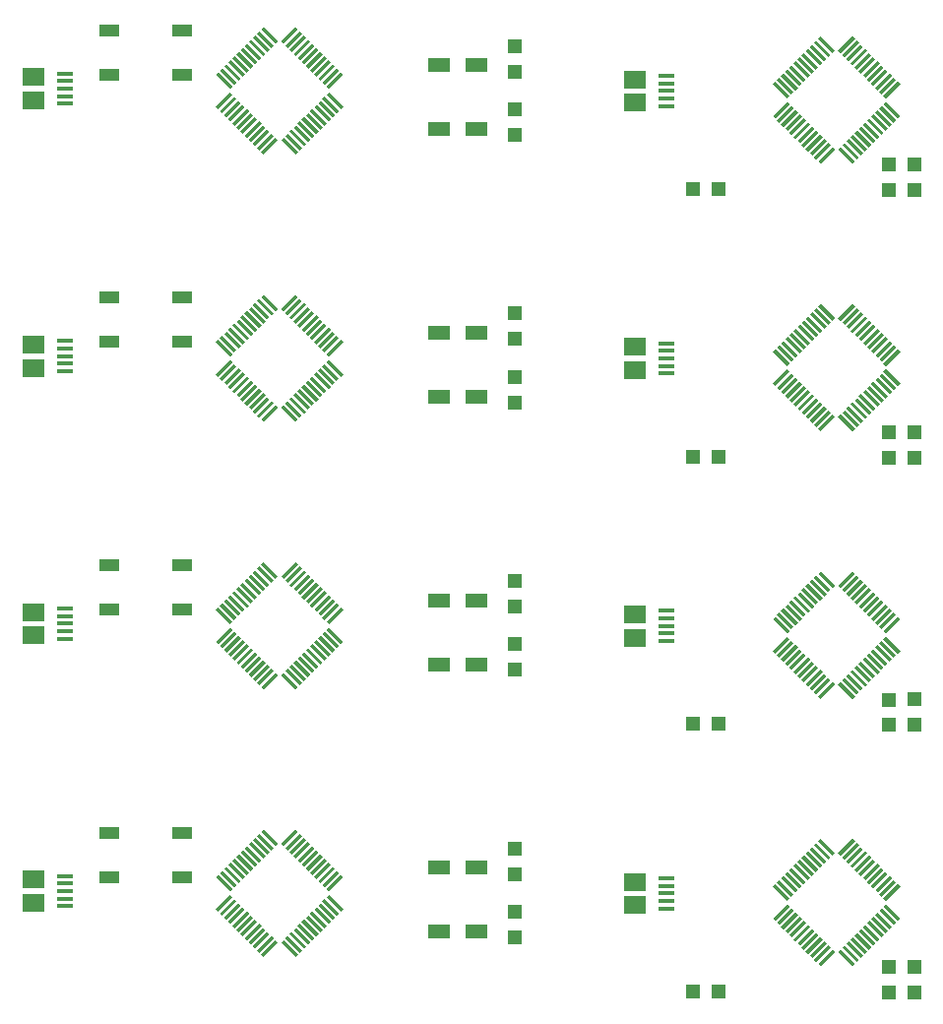
<source format=gtp>
%MOIN*%
%OFA0B0*%
%FSLAX46Y46*%
%IPPOS*%
%LPD*%
%ADD10C,0.0039370078740157488*%
%ADD11R,0.074803149606299218X0.051181102362204731*%
%ADD12R,0.066929133858267723X0.03937007874015748*%
%ADD13R,0.047244094488188976X0.047244094488188976*%
%ADD14R,0.074803149606299218X0.059055118110236227*%
%ADD15R,0.053149606299212608X0.015748031496062995*%
%ADD26C,0.0039370078740157488*%
%ADD27R,0.074803149606299218X0.051181102362204731*%
%ADD28R,0.066929133858267723X0.03937007874015748*%
%ADD29R,0.047244094488188976X0.047244094488188976*%
%ADD30R,0.074803149606299218X0.059055118110236227*%
%ADD31R,0.053149606299212608X0.015748031496062995*%
%ADD32C,0.0039370078740157488*%
%ADD33R,0.074803149606299218X0.051181102362204731*%
%ADD34R,0.066929133858267723X0.03937007874015748*%
%ADD35R,0.047244094488188976X0.047244094488188976*%
%ADD36R,0.074803149606299218X0.059055118110236227*%
%ADD37R,0.053149606299212608X0.015748031496062995*%
%ADD38C,0.0039370078740157488*%
%ADD39R,0.074803149606299218X0.051181102362204731*%
%ADD40R,0.066929133858267723X0.03937007874015748*%
%ADD41R,0.047244094488188976X0.047244094488188976*%
%ADD42R,0.074803149606299218X0.059055118110236227*%
%ADD43R,0.053149606299212608X0.015748031496062995*%
%ADD44C,0.0039370078740157488*%
%ADD45R,0.074803149606299218X0.059055118110236227*%
%ADD46R,0.053149606299212608X0.015748031496062995*%
%ADD47R,0.047244094488188976X0.047244094488188976*%
%ADD48C,0.0039370078740157488*%
%ADD49R,0.074803149606299218X0.059055118110236227*%
%ADD50R,0.053149606299212608X0.015748031496062995*%
%ADD51R,0.047244094488188976X0.047244094488188976*%
%ADD52C,0.0039370078740157488*%
%ADD53R,0.074803149606299218X0.059055118110236227*%
%ADD54R,0.053149606299212608X0.015748031496062995*%
%ADD55R,0.047244094488188976X0.047244094488188976*%
%ADD56C,0.0039370078740157488*%
%ADD57R,0.074803149606299218X0.059055118110236227*%
%ADD58R,0.053149606299212608X0.015748031496062995*%
%ADD59R,0.047244094488188976X0.047244094488188976*%
%ADD60C,0.0039370078740157488*%
%ADD61C,0.0039370078740157488*%
%ADD62C,0.0039370078740157488*%
%ADD63C,0.0039370078740157488*%
%ADD64C,0.0039370078740157488*%
%ADD65C,0.0039370078740157488*%
G01G01*
D10*
D11*
X0000000000Y0000905511D02*
X0001449685Y0000539685D03*
X0001449685Y0000323149D03*
X0001575669Y0000323149D03*
X0001575669Y0000539685D03*
D10*
G36*
X0001076710Y0000448475D02*
X0001125427Y0000399757D01*
X0001117076Y0000391406D01*
X0001068358Y0000440124D01*
X0001076710Y0000448475D01*
X0001076710Y0000448475D01*
G37*
G36*
X0001062790Y0000434556D02*
X0001111508Y0000385838D01*
X0001103156Y0000377486D01*
X0001054438Y0000426204D01*
X0001062790Y0000434556D01*
X0001062790Y0000434556D01*
G37*
G36*
X0001048871Y0000420636D02*
X0001097589Y0000371918D01*
X0001089237Y0000363567D01*
X0001040519Y0000412285D01*
X0001048871Y0000420636D01*
X0001048871Y0000420636D01*
G37*
G36*
X0001034951Y0000406717D02*
X0001083669Y0000357999D01*
X0001075318Y0000349647D01*
X0001026600Y0000398365D01*
X0001034951Y0000406717D01*
X0001034951Y0000406717D01*
G37*
G36*
X0001021032Y0000392798D02*
X0001069750Y0000344080D01*
X0001061398Y0000335728D01*
X0001012680Y0000384446D01*
X0001021032Y0000392798D01*
X0001021032Y0000392798D01*
G37*
G36*
X0001047479Y0000321809D02*
X0000998761Y0000370527D01*
X0001007112Y0000378878D01*
X0001055830Y0000330160D01*
X0001047479Y0000321809D01*
X0001047479Y0000321809D01*
G37*
G36*
X0000993193Y0000364959D02*
X0001041911Y0000316241D01*
X0001033559Y0000307889D01*
X0000984841Y0000356607D01*
X0000993193Y0000364959D01*
X0000993193Y0000364959D01*
G37*
G36*
X0000979274Y0000351039D02*
X0001027992Y0000302321D01*
X0001019640Y0000293970D01*
X0000970922Y0000342688D01*
X0000979274Y0000351039D01*
X0000979274Y0000351039D01*
G37*
G36*
X0000965354Y0000337120D02*
X0001014072Y0000288402D01*
X0001005720Y0000280050D01*
X0000957002Y0000328768D01*
X0000965354Y0000337120D01*
X0000965354Y0000337120D01*
G37*
G36*
X0000951435Y0000323200D02*
X0001000153Y0000274483D01*
X0000991801Y0000266131D01*
X0000943083Y0000314849D01*
X0000951435Y0000323200D01*
X0000951435Y0000323200D01*
G37*
G36*
X0000937515Y0000309281D02*
X0000986233Y0000260563D01*
X0000977882Y0000252211D01*
X0000929164Y0000300929D01*
X0000937515Y0000309281D01*
X0000937515Y0000309281D01*
G37*
G36*
X0000923596Y0000295362D02*
X0000972314Y0000246644D01*
X0000963962Y0000238292D01*
X0000915244Y0000287010D01*
X0000923596Y0000295362D01*
X0000923596Y0000295362D01*
G37*
G36*
X0000984841Y0000551479D02*
X0001033559Y0000600197D01*
X0001041911Y0000591845D01*
X0000993193Y0000543127D01*
X0000984841Y0000551479D01*
X0000984841Y0000551479D01*
G37*
G36*
X0000998761Y0000537560D02*
X0001047479Y0000586278D01*
X0001055830Y0000577926D01*
X0001007112Y0000529208D01*
X0000998761Y0000537560D01*
X0000998761Y0000537560D01*
G37*
G36*
X0001012680Y0000523640D02*
X0001061398Y0000572358D01*
X0001069750Y0000564007D01*
X0001021032Y0000515289D01*
X0001012680Y0000523640D01*
X0001012680Y0000523640D01*
G37*
G36*
X0001026600Y0000509721D02*
X0001075318Y0000558439D01*
X0001083669Y0000550087D01*
X0001034951Y0000501369D01*
X0001026600Y0000509721D01*
X0001026600Y0000509721D01*
G37*
G36*
X0001040519Y0000495801D02*
X0001089237Y0000544519D01*
X0001097589Y0000536168D01*
X0001048871Y0000487450D01*
X0001040519Y0000495801D01*
X0001040519Y0000495801D01*
G37*
G36*
X0001054438Y0000481882D02*
X0001103156Y0000530600D01*
X0001111508Y0000522248D01*
X0001062790Y0000473530D01*
X0001054438Y0000481882D01*
X0001054438Y0000481882D01*
G37*
G36*
X0000970922Y0000565399D02*
X0001019640Y0000614116D01*
X0001027992Y0000605765D01*
X0000979274Y0000557047D01*
X0000970922Y0000565399D01*
X0000970922Y0000565399D01*
G37*
G36*
X0001068358Y0000467963D02*
X0001117076Y0000516680D01*
X0001125427Y0000508329D01*
X0001076710Y0000459611D01*
X0001068358Y0000467963D01*
X0001068358Y0000467963D01*
G37*
G36*
X0000957002Y0000579318D02*
X0001005720Y0000628036D01*
X0001014072Y0000619684D01*
X0000965354Y0000570966D01*
X0000957002Y0000579318D01*
X0000957002Y0000579318D01*
G37*
G36*
X0000943083Y0000593237D02*
X0000991801Y0000641955D01*
X0001000153Y0000633604D01*
X0000951435Y0000584886D01*
X0000943083Y0000593237D01*
X0000943083Y0000593237D01*
G37*
G36*
X0000929164Y0000607157D02*
X0000977882Y0000655875D01*
X0000986233Y0000647523D01*
X0000937515Y0000598805D01*
X0000929164Y0000607157D01*
X0000929164Y0000607157D01*
G37*
G36*
X0000915244Y0000621076D02*
X0000963962Y0000669794D01*
X0000972314Y0000661442D01*
X0000923596Y0000612725D01*
X0000915244Y0000621076D01*
X0000915244Y0000621076D01*
G37*
G36*
X0000771874Y0000586278D02*
X0000820592Y0000537560D01*
X0000812240Y0000529208D01*
X0000763522Y0000577926D01*
X0000771874Y0000586278D01*
X0000771874Y0000586278D01*
G37*
G36*
X0000785794Y0000600197D02*
X0000834512Y0000551479D01*
X0000826160Y0000543127D01*
X0000777442Y0000591845D01*
X0000785794Y0000600197D01*
X0000785794Y0000600197D01*
G37*
G36*
X0000799713Y0000614116D02*
X0000848431Y0000565399D01*
X0000840079Y0000557047D01*
X0000791361Y0000605765D01*
X0000799713Y0000614116D01*
X0000799713Y0000614116D01*
G37*
G36*
X0000813632Y0000628036D02*
X0000862350Y0000579318D01*
X0000853999Y0000570966D01*
X0000805281Y0000619684D01*
X0000813632Y0000628036D01*
X0000813632Y0000628036D01*
G37*
G36*
X0000827552Y0000641955D02*
X0000876270Y0000593237D01*
X0000867918Y0000584886D01*
X0000819200Y0000633604D01*
X0000827552Y0000641955D01*
X0000827552Y0000641955D01*
G37*
G36*
X0000841471Y0000655875D02*
X0000890189Y0000607157D01*
X0000881838Y0000598805D01*
X0000833120Y0000647523D01*
X0000841471Y0000655875D01*
X0000841471Y0000655875D01*
G37*
G36*
X0000855391Y0000669794D02*
X0000904109Y0000621076D01*
X0000895757Y0000612725D01*
X0000847039Y0000661442D01*
X0000855391Y0000669794D01*
X0000855391Y0000669794D01*
G37*
G36*
X0000757955Y0000572358D02*
X0000806673Y0000523640D01*
X0000798321Y0000515289D01*
X0000749603Y0000564007D01*
X0000757955Y0000572358D01*
X0000757955Y0000572358D01*
G37*
G36*
X0000744035Y0000558439D02*
X0000792753Y0000509721D01*
X0000784402Y0000501369D01*
X0000735684Y0000550087D01*
X0000744035Y0000558439D01*
X0000744035Y0000558439D01*
G37*
G36*
X0000730116Y0000544519D02*
X0000778834Y0000495801D01*
X0000770482Y0000487450D01*
X0000721764Y0000536168D01*
X0000730116Y0000544519D01*
X0000730116Y0000544519D01*
G37*
G36*
X0000716196Y0000530600D02*
X0000764914Y0000481882D01*
X0000756563Y0000473530D01*
X0000707845Y0000522248D01*
X0000716196Y0000530600D01*
X0000716196Y0000530600D01*
G37*
G36*
X0000702277Y0000516680D02*
X0000750995Y0000467963D01*
X0000742643Y0000459611D01*
X0000693925Y0000508329D01*
X0000702277Y0000516680D01*
X0000702277Y0000516680D01*
G37*
G36*
X0000777442Y0000316241D02*
X0000826160Y0000364959D01*
X0000834512Y0000356607D01*
X0000785794Y0000307889D01*
X0000777442Y0000316241D01*
X0000777442Y0000316241D01*
G37*
G36*
X0000763522Y0000330160D02*
X0000812240Y0000378878D01*
X0000820592Y0000370527D01*
X0000771874Y0000321809D01*
X0000763522Y0000330160D01*
X0000763522Y0000330160D01*
G37*
G36*
X0000791361Y0000302321D02*
X0000840079Y0000351039D01*
X0000848431Y0000342688D01*
X0000799713Y0000293970D01*
X0000791361Y0000302321D01*
X0000791361Y0000302321D01*
G37*
G36*
X0000805281Y0000288402D02*
X0000853999Y0000337120D01*
X0000862350Y0000328768D01*
X0000813632Y0000280050D01*
X0000805281Y0000288402D01*
X0000805281Y0000288402D01*
G37*
G36*
X0000819200Y0000274483D02*
X0000867918Y0000323200D01*
X0000876270Y0000314849D01*
X0000827552Y0000266131D01*
X0000819200Y0000274483D01*
X0000819200Y0000274483D01*
G37*
G36*
X0000833120Y0000260563D02*
X0000881838Y0000309281D01*
X0000890189Y0000300929D01*
X0000841471Y0000252211D01*
X0000833120Y0000260563D01*
X0000833120Y0000260563D01*
G37*
G36*
X0000847039Y0000246644D02*
X0000895757Y0000295362D01*
X0000904109Y0000287010D01*
X0000855391Y0000238292D01*
X0000847039Y0000246644D01*
X0000847039Y0000246644D01*
G37*
G36*
X0000749603Y0000344080D02*
X0000798321Y0000392798D01*
X0000806673Y0000384446D01*
X0000757955Y0000335728D01*
X0000749603Y0000344080D01*
X0000749603Y0000344080D01*
G37*
G36*
X0000735684Y0000357999D02*
X0000784402Y0000406717D01*
X0000792753Y0000398365D01*
X0000744035Y0000349647D01*
X0000735684Y0000357999D01*
X0000735684Y0000357999D01*
G37*
G36*
X0000721764Y0000371918D02*
X0000770482Y0000420636D01*
X0000778834Y0000412285D01*
X0000730116Y0000363567D01*
X0000721764Y0000371918D01*
X0000721764Y0000371918D01*
G37*
G36*
X0000707845Y0000385838D02*
X0000756563Y0000434556D01*
X0000764914Y0000426204D01*
X0000716196Y0000377486D01*
X0000707845Y0000385838D01*
X0000707845Y0000385838D01*
G37*
G36*
X0000693925Y0000399757D02*
X0000742643Y0000448475D01*
X0000750995Y0000440124D01*
X0000702277Y0000391406D01*
X0000693925Y0000399757D01*
X0000693925Y0000399757D01*
G37*
D12*
X0000333149Y0000658188D03*
X0000581181Y0000658188D03*
X0000333149Y0000508582D03*
X0000581181Y0000508582D03*
D13*
X0001705984Y0000605039D03*
X0001705984Y0000518425D03*
X0001705984Y0000391259D03*
X0001705984Y0000304645D03*
D14*
X0000076771Y0000421259D03*
D15*
X0000183070Y0000486220D03*
X0000183070Y0000511811D03*
X0000183070Y0000409448D03*
X0000183070Y0000435039D03*
X0000183070Y0000460629D03*
D14*
X0000076771Y0000500000D03*
G04 next file*
G04 Gerber Fmt 4.6, Leading zero omitted, Abs format (unit mm)*
G04 Created by KiCad (PCBNEW 4.0.7) date 01/16/18 14:15:25*
G01G01*
G04 APERTURE LIST*
G04 APERTURE END LIST*
D26*
D27*
X0000000000Y0001811023D02*
X0001449685Y0001445196D03*
X0001449685Y0001228661D03*
X0001575669Y0001228661D03*
X0001575669Y0001445196D03*
D26*
G36*
X0001076710Y0001353987D02*
X0001125427Y0001305269D01*
X0001117076Y0001296917D01*
X0001068358Y0001345635D01*
X0001076710Y0001353987D01*
X0001076710Y0001353987D01*
G37*
G36*
X0001062790Y0001340068D02*
X0001111508Y0001291350D01*
X0001103156Y0001282998D01*
X0001054438Y0001331716D01*
X0001062790Y0001340068D01*
X0001062790Y0001340068D01*
G37*
G36*
X0001048871Y0001326148D02*
X0001097589Y0001277430D01*
X0001089237Y0001269079D01*
X0001040519Y0001317797D01*
X0001048871Y0001326148D01*
X0001048871Y0001326148D01*
G37*
G36*
X0001034951Y0001312229D02*
X0001083669Y0001263511D01*
X0001075318Y0001255159D01*
X0001026600Y0001303877D01*
X0001034951Y0001312229D01*
X0001034951Y0001312229D01*
G37*
G36*
X0001021032Y0001298309D02*
X0001069750Y0001249591D01*
X0001061398Y0001241240D01*
X0001012680Y0001289958D01*
X0001021032Y0001298309D01*
X0001021032Y0001298309D01*
G37*
G36*
X0001047479Y0001227320D02*
X0000998761Y0001276038D01*
X0001007112Y0001284390D01*
X0001055830Y0001235672D01*
X0001047479Y0001227320D01*
X0001047479Y0001227320D01*
G37*
G36*
X0000993193Y0001270471D02*
X0001041911Y0001221753D01*
X0001033559Y0001213401D01*
X0000984841Y0001262119D01*
X0000993193Y0001270471D01*
X0000993193Y0001270471D01*
G37*
G36*
X0000979274Y0001256551D02*
X0001027992Y0001207833D01*
X0001019640Y0001199482D01*
X0000970922Y0001248199D01*
X0000979274Y0001256551D01*
X0000979274Y0001256551D01*
G37*
G36*
X0000965354Y0001242632D02*
X0001014072Y0001193914D01*
X0001005720Y0001185562D01*
X0000957002Y0001234280D01*
X0000965354Y0001242632D01*
X0000965354Y0001242632D01*
G37*
G36*
X0000951435Y0001228712D02*
X0001000153Y0001179994D01*
X0000991801Y0001171643D01*
X0000943083Y0001220361D01*
X0000951435Y0001228712D01*
X0000951435Y0001228712D01*
G37*
G36*
X0000937515Y0001214793D02*
X0000986233Y0001166075D01*
X0000977882Y0001157723D01*
X0000929164Y0001206441D01*
X0000937515Y0001214793D01*
X0000937515Y0001214793D01*
G37*
G36*
X0000923596Y0001200873D02*
X0000972314Y0001152155D01*
X0000963962Y0001143804D01*
X0000915244Y0001192522D01*
X0000923596Y0001200873D01*
X0000923596Y0001200873D01*
G37*
G36*
X0000984841Y0001456991D02*
X0001033559Y0001505709D01*
X0001041911Y0001497357D01*
X0000993193Y0001448639D01*
X0000984841Y0001456991D01*
X0000984841Y0001456991D01*
G37*
G36*
X0000998761Y0001443071D02*
X0001047479Y0001491789D01*
X0001055830Y0001483438D01*
X0001007112Y0001434720D01*
X0000998761Y0001443071D01*
X0000998761Y0001443071D01*
G37*
G36*
X0001012680Y0001429152D02*
X0001061398Y0001477870D01*
X0001069750Y0001469518D01*
X0001021032Y0001420800D01*
X0001012680Y0001429152D01*
X0001012680Y0001429152D01*
G37*
G36*
X0001026600Y0001415233D02*
X0001075318Y0001463951D01*
X0001083669Y0001455599D01*
X0001034951Y0001406881D01*
X0001026600Y0001415233D01*
X0001026600Y0001415233D01*
G37*
G36*
X0001040519Y0001401313D02*
X0001089237Y0001450031D01*
X0001097589Y0001441679D01*
X0001048871Y0001392962D01*
X0001040519Y0001401313D01*
X0001040519Y0001401313D01*
G37*
G36*
X0001054438Y0001387394D02*
X0001103156Y0001436112D01*
X0001111508Y0001427760D01*
X0001062790Y0001379042D01*
X0001054438Y0001387394D01*
X0001054438Y0001387394D01*
G37*
G36*
X0000970922Y0001470910D02*
X0001019640Y0001519628D01*
X0001027992Y0001511277D01*
X0000979274Y0001462559D01*
X0000970922Y0001470910D01*
X0000970922Y0001470910D01*
G37*
G36*
X0001068358Y0001373474D02*
X0001117076Y0001422192D01*
X0001125427Y0001413841D01*
X0001076710Y0001365123D01*
X0001068358Y0001373474D01*
X0001068358Y0001373474D01*
G37*
G36*
X0000957002Y0001484830D02*
X0001005720Y0001533548D01*
X0001014072Y0001525196D01*
X0000965354Y0001476478D01*
X0000957002Y0001484830D01*
X0000957002Y0001484830D01*
G37*
G36*
X0000943083Y0001498749D02*
X0000991801Y0001547467D01*
X0001000153Y0001539115D01*
X0000951435Y0001490397D01*
X0000943083Y0001498749D01*
X0000943083Y0001498749D01*
G37*
G36*
X0000929164Y0001512669D02*
X0000977882Y0001561387D01*
X0000986233Y0001553035D01*
X0000937515Y0001504317D01*
X0000929164Y0001512669D01*
X0000929164Y0001512669D01*
G37*
G36*
X0000915244Y0001526588D02*
X0000963962Y0001575306D01*
X0000972314Y0001566954D01*
X0000923596Y0001518236D01*
X0000915244Y0001526588D01*
X0000915244Y0001526588D01*
G37*
G36*
X0000771874Y0001491789D02*
X0000820592Y0001443071D01*
X0000812240Y0001434720D01*
X0000763522Y0001483438D01*
X0000771874Y0001491789D01*
X0000771874Y0001491789D01*
G37*
G36*
X0000785794Y0001505709D02*
X0000834512Y0001456991D01*
X0000826160Y0001448639D01*
X0000777442Y0001497357D01*
X0000785794Y0001505709D01*
X0000785794Y0001505709D01*
G37*
G36*
X0000799713Y0001519628D02*
X0000848431Y0001470910D01*
X0000840079Y0001462559D01*
X0000791361Y0001511277D01*
X0000799713Y0001519628D01*
X0000799713Y0001519628D01*
G37*
G36*
X0000813632Y0001533548D02*
X0000862350Y0001484830D01*
X0000853999Y0001476478D01*
X0000805281Y0001525196D01*
X0000813632Y0001533548D01*
X0000813632Y0001533548D01*
G37*
G36*
X0000827552Y0001547467D02*
X0000876270Y0001498749D01*
X0000867918Y0001490397D01*
X0000819200Y0001539115D01*
X0000827552Y0001547467D01*
X0000827552Y0001547467D01*
G37*
G36*
X0000841471Y0001561387D02*
X0000890189Y0001512669D01*
X0000881838Y0001504317D01*
X0000833120Y0001553035D01*
X0000841471Y0001561387D01*
X0000841471Y0001561387D01*
G37*
G36*
X0000855391Y0001575306D02*
X0000904109Y0001526588D01*
X0000895757Y0001518236D01*
X0000847039Y0001566954D01*
X0000855391Y0001575306D01*
X0000855391Y0001575306D01*
G37*
G36*
X0000757955Y0001477870D02*
X0000806673Y0001429152D01*
X0000798321Y0001420800D01*
X0000749603Y0001469518D01*
X0000757955Y0001477870D01*
X0000757955Y0001477870D01*
G37*
G36*
X0000744035Y0001463951D02*
X0000792753Y0001415233D01*
X0000784402Y0001406881D01*
X0000735684Y0001455599D01*
X0000744035Y0001463951D01*
X0000744035Y0001463951D01*
G37*
G36*
X0000730116Y0001450031D02*
X0000778834Y0001401313D01*
X0000770482Y0001392962D01*
X0000721764Y0001441679D01*
X0000730116Y0001450031D01*
X0000730116Y0001450031D01*
G37*
G36*
X0000716196Y0001436112D02*
X0000764914Y0001387394D01*
X0000756563Y0001379042D01*
X0000707845Y0001427760D01*
X0000716196Y0001436112D01*
X0000716196Y0001436112D01*
G37*
G36*
X0000702277Y0001422192D02*
X0000750995Y0001373474D01*
X0000742643Y0001365123D01*
X0000693925Y0001413841D01*
X0000702277Y0001422192D01*
X0000702277Y0001422192D01*
G37*
G36*
X0000777442Y0001221753D02*
X0000826160Y0001270471D01*
X0000834512Y0001262119D01*
X0000785794Y0001213401D01*
X0000777442Y0001221753D01*
X0000777442Y0001221753D01*
G37*
G36*
X0000763522Y0001235672D02*
X0000812240Y0001284390D01*
X0000820592Y0001276038D01*
X0000771874Y0001227320D01*
X0000763522Y0001235672D01*
X0000763522Y0001235672D01*
G37*
G36*
X0000791361Y0001207833D02*
X0000840079Y0001256551D01*
X0000848431Y0001248199D01*
X0000799713Y0001199482D01*
X0000791361Y0001207833D01*
X0000791361Y0001207833D01*
G37*
G36*
X0000805281Y0001193914D02*
X0000853999Y0001242632D01*
X0000862350Y0001234280D01*
X0000813632Y0001185562D01*
X0000805281Y0001193914D01*
X0000805281Y0001193914D01*
G37*
G36*
X0000819200Y0001179994D02*
X0000867918Y0001228712D01*
X0000876270Y0001220361D01*
X0000827552Y0001171643D01*
X0000819200Y0001179994D01*
X0000819200Y0001179994D01*
G37*
G36*
X0000833120Y0001166075D02*
X0000881838Y0001214793D01*
X0000890189Y0001206441D01*
X0000841471Y0001157723D01*
X0000833120Y0001166075D01*
X0000833120Y0001166075D01*
G37*
G36*
X0000847039Y0001152155D02*
X0000895757Y0001200873D01*
X0000904109Y0001192522D01*
X0000855391Y0001143804D01*
X0000847039Y0001152155D01*
X0000847039Y0001152155D01*
G37*
G36*
X0000749603Y0001249591D02*
X0000798321Y0001298309D01*
X0000806673Y0001289958D01*
X0000757955Y0001241240D01*
X0000749603Y0001249591D01*
X0000749603Y0001249591D01*
G37*
G36*
X0000735684Y0001263511D02*
X0000784402Y0001312229D01*
X0000792753Y0001303877D01*
X0000744035Y0001255159D01*
X0000735684Y0001263511D01*
X0000735684Y0001263511D01*
G37*
G36*
X0000721764Y0001277430D02*
X0000770482Y0001326148D01*
X0000778834Y0001317797D01*
X0000730116Y0001269079D01*
X0000721764Y0001277430D01*
X0000721764Y0001277430D01*
G37*
G36*
X0000707845Y0001291350D02*
X0000756563Y0001340068D01*
X0000764914Y0001331716D01*
X0000716196Y0001282998D01*
X0000707845Y0001291350D01*
X0000707845Y0001291350D01*
G37*
G36*
X0000693925Y0001305269D02*
X0000742643Y0001353987D01*
X0000750995Y0001345635D01*
X0000702277Y0001296917D01*
X0000693925Y0001305269D01*
X0000693925Y0001305269D01*
G37*
D28*
X0000333149Y0001563700D03*
X0000581181Y0001563700D03*
X0000333149Y0001414094D03*
X0000581181Y0001414094D03*
D29*
X0001705984Y0001510551D03*
X0001705984Y0001423937D03*
X0001705984Y0001296771D03*
X0001705984Y0001210157D03*
D30*
X0000076771Y0001326771D03*
D31*
X0000183070Y0001391732D03*
X0000183070Y0001417322D03*
X0000183070Y0001314960D03*
X0000183070Y0001340551D03*
X0000183070Y0001366141D03*
D30*
X0000076771Y0001405511D03*
G04 next file*
G04 Gerber Fmt 4.6, Leading zero omitted, Abs format (unit mm)*
G04 Created by KiCad (PCBNEW 4.0.7) date 01/16/18 14:15:25*
G01G01*
G04 APERTURE LIST*
G04 APERTURE END LIST*
D32*
D33*
X0000000000Y0002716535D02*
X0001449685Y0002350708D03*
X0001449685Y0002134173D03*
X0001575669Y0002134173D03*
X0001575669Y0002350708D03*
D32*
G36*
X0001076710Y0002259499D02*
X0001125427Y0002210781D01*
X0001117076Y0002202429D01*
X0001068358Y0002251147D01*
X0001076710Y0002259499D01*
X0001076710Y0002259499D01*
G37*
G36*
X0001062790Y0002245580D02*
X0001111508Y0002196862D01*
X0001103156Y0002188510D01*
X0001054438Y0002237228D01*
X0001062790Y0002245580D01*
X0001062790Y0002245580D01*
G37*
G36*
X0001048871Y0002231660D02*
X0001097589Y0002182942D01*
X0001089237Y0002174590D01*
X0001040519Y0002223308D01*
X0001048871Y0002231660D01*
X0001048871Y0002231660D01*
G37*
G36*
X0001034951Y0002217741D02*
X0001083669Y0002169023D01*
X0001075318Y0002160671D01*
X0001026600Y0002209389D01*
X0001034951Y0002217741D01*
X0001034951Y0002217741D01*
G37*
G36*
X0001021032Y0002203821D02*
X0001069750Y0002155103D01*
X0001061398Y0002146752D01*
X0001012680Y0002195470D01*
X0001021032Y0002203821D01*
X0001021032Y0002203821D01*
G37*
G36*
X0001047479Y0002132832D02*
X0000998761Y0002181550D01*
X0001007112Y0002189902D01*
X0001055830Y0002141184D01*
X0001047479Y0002132832D01*
X0001047479Y0002132832D01*
G37*
G36*
X0000993193Y0002175982D02*
X0001041911Y0002127264D01*
X0001033559Y0002118913D01*
X0000984841Y0002167631D01*
X0000993193Y0002175982D01*
X0000993193Y0002175982D01*
G37*
G36*
X0000979274Y0002162063D02*
X0001027992Y0002113345D01*
X0001019640Y0002104993D01*
X0000970922Y0002153711D01*
X0000979274Y0002162063D01*
X0000979274Y0002162063D01*
G37*
G36*
X0000965354Y0002148144D02*
X0001014072Y0002099426D01*
X0001005720Y0002091074D01*
X0000957002Y0002139792D01*
X0000965354Y0002148144D01*
X0000965354Y0002148144D01*
G37*
G36*
X0000951435Y0002134224D02*
X0001000153Y0002085506D01*
X0000991801Y0002077155D01*
X0000943083Y0002125872D01*
X0000951435Y0002134224D01*
X0000951435Y0002134224D01*
G37*
G36*
X0000937515Y0002120305D02*
X0000986233Y0002071587D01*
X0000977882Y0002063235D01*
X0000929164Y0002111953D01*
X0000937515Y0002120305D01*
X0000937515Y0002120305D01*
G37*
G36*
X0000923596Y0002106385D02*
X0000972314Y0002057667D01*
X0000963962Y0002049316D01*
X0000915244Y0002098034D01*
X0000923596Y0002106385D01*
X0000923596Y0002106385D01*
G37*
G36*
X0000984841Y0002362503D02*
X0001033559Y0002411221D01*
X0001041911Y0002402869D01*
X0000993193Y0002354151D01*
X0000984841Y0002362503D01*
X0000984841Y0002362503D01*
G37*
G36*
X0000998761Y0002348583D02*
X0001047479Y0002397301D01*
X0001055830Y0002388950D01*
X0001007112Y0002340232D01*
X0000998761Y0002348583D01*
X0000998761Y0002348583D01*
G37*
G36*
X0001012680Y0002334664D02*
X0001061398Y0002383382D01*
X0001069750Y0002375030D01*
X0001021032Y0002326312D01*
X0001012680Y0002334664D01*
X0001012680Y0002334664D01*
G37*
G36*
X0001026600Y0002320744D02*
X0001075318Y0002369462D01*
X0001083669Y0002361111D01*
X0001034951Y0002312393D01*
X0001026600Y0002320744D01*
X0001026600Y0002320744D01*
G37*
G36*
X0001040519Y0002306825D02*
X0001089237Y0002355543D01*
X0001097589Y0002347191D01*
X0001048871Y0002298473D01*
X0001040519Y0002306825D01*
X0001040519Y0002306825D01*
G37*
G36*
X0001054438Y0002292906D02*
X0001103156Y0002341624D01*
X0001111508Y0002333272D01*
X0001062790Y0002284554D01*
X0001054438Y0002292906D01*
X0001054438Y0002292906D01*
G37*
G36*
X0000970922Y0002376422D02*
X0001019640Y0002425140D01*
X0001027992Y0002416788D01*
X0000979274Y0002368070D01*
X0000970922Y0002376422D01*
X0000970922Y0002376422D01*
G37*
G36*
X0001068358Y0002278986D02*
X0001117076Y0002327704D01*
X0001125427Y0002319352D01*
X0001076710Y0002270635D01*
X0001068358Y0002278986D01*
X0001068358Y0002278986D01*
G37*
G36*
X0000957002Y0002390342D02*
X0001005720Y0002439060D01*
X0001014072Y0002430708D01*
X0000965354Y0002381990D01*
X0000957002Y0002390342D01*
X0000957002Y0002390342D01*
G37*
G36*
X0000943083Y0002404261D02*
X0000991801Y0002452979D01*
X0001000153Y0002444627D01*
X0000951435Y0002395909D01*
X0000943083Y0002404261D01*
X0000943083Y0002404261D01*
G37*
G36*
X0000929164Y0002418180D02*
X0000977882Y0002466898D01*
X0000986233Y0002458547D01*
X0000937515Y0002409829D01*
X0000929164Y0002418180D01*
X0000929164Y0002418180D01*
G37*
G36*
X0000915244Y0002432100D02*
X0000963962Y0002480818D01*
X0000972314Y0002472466D01*
X0000923596Y0002423748D01*
X0000915244Y0002432100D01*
X0000915244Y0002432100D01*
G37*
G36*
X0000771874Y0002397301D02*
X0000820592Y0002348583D01*
X0000812240Y0002340232D01*
X0000763522Y0002388950D01*
X0000771874Y0002397301D01*
X0000771874Y0002397301D01*
G37*
G36*
X0000785794Y0002411221D02*
X0000834512Y0002362503D01*
X0000826160Y0002354151D01*
X0000777442Y0002402869D01*
X0000785794Y0002411221D01*
X0000785794Y0002411221D01*
G37*
G36*
X0000799713Y0002425140D02*
X0000848431Y0002376422D01*
X0000840079Y0002368070D01*
X0000791361Y0002416788D01*
X0000799713Y0002425140D01*
X0000799713Y0002425140D01*
G37*
G36*
X0000813632Y0002439060D02*
X0000862350Y0002390342D01*
X0000853999Y0002381990D01*
X0000805281Y0002430708D01*
X0000813632Y0002439060D01*
X0000813632Y0002439060D01*
G37*
G36*
X0000827552Y0002452979D02*
X0000876270Y0002404261D01*
X0000867918Y0002395909D01*
X0000819200Y0002444627D01*
X0000827552Y0002452979D01*
X0000827552Y0002452979D01*
G37*
G36*
X0000841471Y0002466898D02*
X0000890189Y0002418180D01*
X0000881838Y0002409829D01*
X0000833120Y0002458547D01*
X0000841471Y0002466898D01*
X0000841471Y0002466898D01*
G37*
G36*
X0000855391Y0002480818D02*
X0000904109Y0002432100D01*
X0000895757Y0002423748D01*
X0000847039Y0002472466D01*
X0000855391Y0002480818D01*
X0000855391Y0002480818D01*
G37*
G36*
X0000757955Y0002383382D02*
X0000806673Y0002334664D01*
X0000798321Y0002326312D01*
X0000749603Y0002375030D01*
X0000757955Y0002383382D01*
X0000757955Y0002383382D01*
G37*
G36*
X0000744035Y0002369462D02*
X0000792753Y0002320744D01*
X0000784402Y0002312393D01*
X0000735684Y0002361111D01*
X0000744035Y0002369462D01*
X0000744035Y0002369462D01*
G37*
G36*
X0000730116Y0002355543D02*
X0000778834Y0002306825D01*
X0000770482Y0002298473D01*
X0000721764Y0002347191D01*
X0000730116Y0002355543D01*
X0000730116Y0002355543D01*
G37*
G36*
X0000716196Y0002341624D02*
X0000764914Y0002292906D01*
X0000756563Y0002284554D01*
X0000707845Y0002333272D01*
X0000716196Y0002341624D01*
X0000716196Y0002341624D01*
G37*
G36*
X0000702277Y0002327704D02*
X0000750995Y0002278986D01*
X0000742643Y0002270635D01*
X0000693925Y0002319352D01*
X0000702277Y0002327704D01*
X0000702277Y0002327704D01*
G37*
G36*
X0000777442Y0002127264D02*
X0000826160Y0002175982D01*
X0000834512Y0002167631D01*
X0000785794Y0002118913D01*
X0000777442Y0002127264D01*
X0000777442Y0002127264D01*
G37*
G36*
X0000763522Y0002141184D02*
X0000812240Y0002189902D01*
X0000820592Y0002181550D01*
X0000771874Y0002132832D01*
X0000763522Y0002141184D01*
X0000763522Y0002141184D01*
G37*
G36*
X0000791361Y0002113345D02*
X0000840079Y0002162063D01*
X0000848431Y0002153711D01*
X0000799713Y0002104993D01*
X0000791361Y0002113345D01*
X0000791361Y0002113345D01*
G37*
G36*
X0000805281Y0002099426D02*
X0000853999Y0002148144D01*
X0000862350Y0002139792D01*
X0000813632Y0002091074D01*
X0000805281Y0002099426D01*
X0000805281Y0002099426D01*
G37*
G36*
X0000819200Y0002085506D02*
X0000867918Y0002134224D01*
X0000876270Y0002125872D01*
X0000827552Y0002077155D01*
X0000819200Y0002085506D01*
X0000819200Y0002085506D01*
G37*
G36*
X0000833120Y0002071587D02*
X0000881838Y0002120305D01*
X0000890189Y0002111953D01*
X0000841471Y0002063235D01*
X0000833120Y0002071587D01*
X0000833120Y0002071587D01*
G37*
G36*
X0000847039Y0002057667D02*
X0000895757Y0002106385D01*
X0000904109Y0002098034D01*
X0000855391Y0002049316D01*
X0000847039Y0002057667D01*
X0000847039Y0002057667D01*
G37*
G36*
X0000749603Y0002155103D02*
X0000798321Y0002203821D01*
X0000806673Y0002195470D01*
X0000757955Y0002146752D01*
X0000749603Y0002155103D01*
X0000749603Y0002155103D01*
G37*
G36*
X0000735684Y0002169023D02*
X0000784402Y0002217741D01*
X0000792753Y0002209389D01*
X0000744035Y0002160671D01*
X0000735684Y0002169023D01*
X0000735684Y0002169023D01*
G37*
G36*
X0000721764Y0002182942D02*
X0000770482Y0002231660D01*
X0000778834Y0002223308D01*
X0000730116Y0002174590D01*
X0000721764Y0002182942D01*
X0000721764Y0002182942D01*
G37*
G36*
X0000707845Y0002196862D02*
X0000756563Y0002245580D01*
X0000764914Y0002237228D01*
X0000716196Y0002188510D01*
X0000707845Y0002196862D01*
X0000707845Y0002196862D01*
G37*
G36*
X0000693925Y0002210781D02*
X0000742643Y0002259499D01*
X0000750995Y0002251147D01*
X0000702277Y0002202429D01*
X0000693925Y0002210781D01*
X0000693925Y0002210781D01*
G37*
D34*
X0000333149Y0002469212D03*
X0000581181Y0002469212D03*
X0000333149Y0002319606D03*
X0000581181Y0002319606D03*
D35*
X0001705984Y0002416062D03*
X0001705984Y0002329448D03*
X0001705984Y0002202283D03*
X0001705984Y0002115669D03*
D36*
X0000076771Y0002232283D03*
D37*
X0000183070Y0002297244D03*
X0000183070Y0002322834D03*
X0000183070Y0002220472D03*
X0000183070Y0002246062D03*
X0000183070Y0002271653D03*
D36*
X0000076771Y0002311023D03*
G04 next file*
G04 Gerber Fmt 4.6, Leading zero omitted, Abs format (unit mm)*
G04 Created by KiCad (PCBNEW 4.0.7) date 01/16/18 14:15:25*
G01G01*
G04 APERTURE LIST*
G04 APERTURE END LIST*
D38*
D39*
X0000000000Y0003622047D02*
X0001449685Y0003256220D03*
X0001449685Y0003039685D03*
X0001575669Y0003039685D03*
X0001575669Y0003256220D03*
D38*
G36*
X0001076710Y0003165011D02*
X0001125427Y0003116293D01*
X0001117076Y0003107941D01*
X0001068358Y0003156659D01*
X0001076710Y0003165011D01*
X0001076710Y0003165011D01*
G37*
G36*
X0001062790Y0003151091D02*
X0001111508Y0003102373D01*
X0001103156Y0003094022D01*
X0001054438Y0003142740D01*
X0001062790Y0003151091D01*
X0001062790Y0003151091D01*
G37*
G36*
X0001048871Y0003137172D02*
X0001097589Y0003088454D01*
X0001089237Y0003080102D01*
X0001040519Y0003128820D01*
X0001048871Y0003137172D01*
X0001048871Y0003137172D01*
G37*
G36*
X0001034951Y0003123252D02*
X0001083669Y0003074535D01*
X0001075318Y0003066183D01*
X0001026600Y0003114901D01*
X0001034951Y0003123252D01*
X0001034951Y0003123252D01*
G37*
G36*
X0001021032Y0003109333D02*
X0001069750Y0003060615D01*
X0001061398Y0003052263D01*
X0001012680Y0003100981D01*
X0001021032Y0003109333D01*
X0001021032Y0003109333D01*
G37*
G36*
X0001047479Y0003038344D02*
X0000998761Y0003087062D01*
X0001007112Y0003095414D01*
X0001055830Y0003046696D01*
X0001047479Y0003038344D01*
X0001047479Y0003038344D01*
G37*
G36*
X0000993193Y0003081494D02*
X0001041911Y0003032776D01*
X0001033559Y0003024425D01*
X0000984841Y0003073143D01*
X0000993193Y0003081494D01*
X0000993193Y0003081494D01*
G37*
G36*
X0000979274Y0003067575D02*
X0001027992Y0003018857D01*
X0001019640Y0003010505D01*
X0000970922Y0003059223D01*
X0000979274Y0003067575D01*
X0000979274Y0003067575D01*
G37*
G36*
X0000965354Y0003053655D02*
X0001014072Y0003004937D01*
X0001005720Y0002996586D01*
X0000957002Y0003045304D01*
X0000965354Y0003053655D01*
X0000965354Y0003053655D01*
G37*
G36*
X0000951435Y0003039736D02*
X0001000153Y0002991018D01*
X0000991801Y0002982666D01*
X0000943083Y0003031384D01*
X0000951435Y0003039736D01*
X0000951435Y0003039736D01*
G37*
G36*
X0000937515Y0003025816D02*
X0000986233Y0002977099D01*
X0000977882Y0002968747D01*
X0000929164Y0003017465D01*
X0000937515Y0003025816D01*
X0000937515Y0003025816D01*
G37*
G36*
X0000923596Y0003011897D02*
X0000972314Y0002963179D01*
X0000963962Y0002954827D01*
X0000915244Y0003003545D01*
X0000923596Y0003011897D01*
X0000923596Y0003011897D01*
G37*
G36*
X0000984841Y0003268015D02*
X0001033559Y0003316732D01*
X0001041911Y0003308381D01*
X0000993193Y0003259663D01*
X0000984841Y0003268015D01*
X0000984841Y0003268015D01*
G37*
G36*
X0000998761Y0003254095D02*
X0001047479Y0003302813D01*
X0001055830Y0003294461D01*
X0001007112Y0003245743D01*
X0000998761Y0003254095D01*
X0000998761Y0003254095D01*
G37*
G36*
X0001012680Y0003240176D02*
X0001061398Y0003288894D01*
X0001069750Y0003280542D01*
X0001021032Y0003231824D01*
X0001012680Y0003240176D01*
X0001012680Y0003240176D01*
G37*
G36*
X0001026600Y0003226256D02*
X0001075318Y0003274974D01*
X0001083669Y0003266623D01*
X0001034951Y0003217905D01*
X0001026600Y0003226256D01*
X0001026600Y0003226256D01*
G37*
G36*
X0001040519Y0003212337D02*
X0001089237Y0003261055D01*
X0001097589Y0003252703D01*
X0001048871Y0003203985D01*
X0001040519Y0003212337D01*
X0001040519Y0003212337D01*
G37*
G36*
X0001054438Y0003198417D02*
X0001103156Y0003247135D01*
X0001111508Y0003238784D01*
X0001062790Y0003190066D01*
X0001054438Y0003198417D01*
X0001054438Y0003198417D01*
G37*
G36*
X0000970922Y0003281934D02*
X0001019640Y0003330652D01*
X0001027992Y0003322300D01*
X0000979274Y0003273582D01*
X0000970922Y0003281934D01*
X0000970922Y0003281934D01*
G37*
G36*
X0001068358Y0003184498D02*
X0001117076Y0003233216D01*
X0001125427Y0003224864D01*
X0001076710Y0003176146D01*
X0001068358Y0003184498D01*
X0001068358Y0003184498D01*
G37*
G36*
X0000957002Y0003295853D02*
X0001005720Y0003344571D01*
X0001014072Y0003336220D01*
X0000965354Y0003287502D01*
X0000957002Y0003295853D01*
X0000957002Y0003295853D01*
G37*
G36*
X0000943083Y0003309773D02*
X0000991801Y0003358491D01*
X0001000153Y0003350139D01*
X0000951435Y0003301421D01*
X0000943083Y0003309773D01*
X0000943083Y0003309773D01*
G37*
G36*
X0000929164Y0003323692D02*
X0000977882Y0003372410D01*
X0000986233Y0003364059D01*
X0000937515Y0003315341D01*
X0000929164Y0003323692D01*
X0000929164Y0003323692D01*
G37*
G36*
X0000915244Y0003337612D02*
X0000963962Y0003386330D01*
X0000972314Y0003377978D01*
X0000923596Y0003329260D01*
X0000915244Y0003337612D01*
X0000915244Y0003337612D01*
G37*
G36*
X0000771874Y0003302813D02*
X0000820592Y0003254095D01*
X0000812240Y0003245743D01*
X0000763522Y0003294461D01*
X0000771874Y0003302813D01*
X0000771874Y0003302813D01*
G37*
G36*
X0000785794Y0003316732D02*
X0000834512Y0003268015D01*
X0000826160Y0003259663D01*
X0000777442Y0003308381D01*
X0000785794Y0003316732D01*
X0000785794Y0003316732D01*
G37*
G36*
X0000799713Y0003330652D02*
X0000848431Y0003281934D01*
X0000840079Y0003273582D01*
X0000791361Y0003322300D01*
X0000799713Y0003330652D01*
X0000799713Y0003330652D01*
G37*
G36*
X0000813632Y0003344571D02*
X0000862350Y0003295853D01*
X0000853999Y0003287502D01*
X0000805281Y0003336220D01*
X0000813632Y0003344571D01*
X0000813632Y0003344571D01*
G37*
G36*
X0000827552Y0003358491D02*
X0000876270Y0003309773D01*
X0000867918Y0003301421D01*
X0000819200Y0003350139D01*
X0000827552Y0003358491D01*
X0000827552Y0003358491D01*
G37*
G36*
X0000841471Y0003372410D02*
X0000890189Y0003323692D01*
X0000881838Y0003315341D01*
X0000833120Y0003364059D01*
X0000841471Y0003372410D01*
X0000841471Y0003372410D01*
G37*
G36*
X0000855391Y0003386330D02*
X0000904109Y0003337612D01*
X0000895757Y0003329260D01*
X0000847039Y0003377978D01*
X0000855391Y0003386330D01*
X0000855391Y0003386330D01*
G37*
G36*
X0000757955Y0003288894D02*
X0000806673Y0003240176D01*
X0000798321Y0003231824D01*
X0000749603Y0003280542D01*
X0000757955Y0003288894D01*
X0000757955Y0003288894D01*
G37*
G36*
X0000744035Y0003274974D02*
X0000792753Y0003226256D01*
X0000784402Y0003217905D01*
X0000735684Y0003266623D01*
X0000744035Y0003274974D01*
X0000744035Y0003274974D01*
G37*
G36*
X0000730116Y0003261055D02*
X0000778834Y0003212337D01*
X0000770482Y0003203985D01*
X0000721764Y0003252703D01*
X0000730116Y0003261055D01*
X0000730116Y0003261055D01*
G37*
G36*
X0000716196Y0003247135D02*
X0000764914Y0003198417D01*
X0000756563Y0003190066D01*
X0000707845Y0003238784D01*
X0000716196Y0003247135D01*
X0000716196Y0003247135D01*
G37*
G36*
X0000702277Y0003233216D02*
X0000750995Y0003184498D01*
X0000742643Y0003176146D01*
X0000693925Y0003224864D01*
X0000702277Y0003233216D01*
X0000702277Y0003233216D01*
G37*
G36*
X0000777442Y0003032776D02*
X0000826160Y0003081494D01*
X0000834512Y0003073143D01*
X0000785794Y0003024425D01*
X0000777442Y0003032776D01*
X0000777442Y0003032776D01*
G37*
G36*
X0000763522Y0003046696D02*
X0000812240Y0003095414D01*
X0000820592Y0003087062D01*
X0000771874Y0003038344D01*
X0000763522Y0003046696D01*
X0000763522Y0003046696D01*
G37*
G36*
X0000791361Y0003018857D02*
X0000840079Y0003067575D01*
X0000848431Y0003059223D01*
X0000799713Y0003010505D01*
X0000791361Y0003018857D01*
X0000791361Y0003018857D01*
G37*
G36*
X0000805281Y0003004937D02*
X0000853999Y0003053655D01*
X0000862350Y0003045304D01*
X0000813632Y0002996586D01*
X0000805281Y0003004937D01*
X0000805281Y0003004937D01*
G37*
G36*
X0000819200Y0002991018D02*
X0000867918Y0003039736D01*
X0000876270Y0003031384D01*
X0000827552Y0002982666D01*
X0000819200Y0002991018D01*
X0000819200Y0002991018D01*
G37*
G36*
X0000833120Y0002977099D02*
X0000881838Y0003025816D01*
X0000890189Y0003017465D01*
X0000841471Y0002968747D01*
X0000833120Y0002977099D01*
X0000833120Y0002977099D01*
G37*
G36*
X0000847039Y0002963179D02*
X0000895757Y0003011897D01*
X0000904109Y0003003545D01*
X0000855391Y0002954827D01*
X0000847039Y0002963179D01*
X0000847039Y0002963179D01*
G37*
G36*
X0000749603Y0003060615D02*
X0000798321Y0003109333D01*
X0000806673Y0003100981D01*
X0000757955Y0003052263D01*
X0000749603Y0003060615D01*
X0000749603Y0003060615D01*
G37*
G36*
X0000735684Y0003074535D02*
X0000784402Y0003123252D01*
X0000792753Y0003114901D01*
X0000744035Y0003066183D01*
X0000735684Y0003074535D01*
X0000735684Y0003074535D01*
G37*
G36*
X0000721764Y0003088454D02*
X0000770482Y0003137172D01*
X0000778834Y0003128820D01*
X0000730116Y0003080102D01*
X0000721764Y0003088454D01*
X0000721764Y0003088454D01*
G37*
G36*
X0000707845Y0003102373D02*
X0000756563Y0003151091D01*
X0000764914Y0003142740D01*
X0000716196Y0003094022D01*
X0000707845Y0003102373D01*
X0000707845Y0003102373D01*
G37*
G36*
X0000693925Y0003116293D02*
X0000742643Y0003165011D01*
X0000750995Y0003156659D01*
X0000702277Y0003107941D01*
X0000693925Y0003116293D01*
X0000693925Y0003116293D01*
G37*
D40*
X0000333149Y0003374724D03*
X0000581181Y0003374724D03*
X0000333149Y0003225118D03*
X0000581181Y0003225118D03*
D41*
X0001705984Y0003321574D03*
X0001705984Y0003234960D03*
X0001705984Y0003107795D03*
X0001705984Y0003021181D03*
D42*
X0000076771Y0003137795D03*
D43*
X0000183070Y0003202755D03*
X0000183070Y0003228346D03*
X0000183070Y0003125984D03*
X0000183070Y0003151574D03*
X0000183070Y0003177165D03*
D42*
X0000076771Y0003216535D03*
G04 next file*
G04 Gerber Fmt 4.6, Leading zero omitted, Abs format (unit mm)*
G04 Created by KiCad (PCBNEW 4.0.7) date 02/10/18 00:31:40*
G01G01*
G04 APERTURE LIST*
G04 APERTURE END LIST*
D44*
D45*
X0002047244Y0000905511D02*
X0002114173Y0000413385D03*
D46*
X0002220472Y0000478346D03*
X0002220472Y0000503937D03*
X0002220472Y0000401574D03*
X0002220472Y0000427165D03*
X0002220472Y0000452755D03*
D45*
X0002114173Y0000492125D03*
D47*
X0002397322Y0000121314D03*
X0002310708Y0000121314D03*
X0003058303Y0000117868D03*
X0003058303Y0000204482D03*
X0002973370Y0000117047D03*
X0002973370Y0000203661D03*
D44*
G36*
X0002628880Y0000428099D02*
X0002580162Y0000476816D01*
X0002588513Y0000485168D01*
X0002637231Y0000436450D01*
X0002628880Y0000428099D01*
X0002628880Y0000428099D01*
G37*
G36*
X0002642799Y0000442018D02*
X0002594081Y0000490736D01*
X0002602433Y0000499088D01*
X0002651151Y0000450370D01*
X0002642799Y0000442018D01*
X0002642799Y0000442018D01*
G37*
G36*
X0002656718Y0000455937D02*
X0002608000Y0000504655D01*
X0002616352Y0000513007D01*
X0002665070Y0000464289D01*
X0002656718Y0000455937D01*
X0002656718Y0000455937D01*
G37*
G36*
X0002670638Y0000469857D02*
X0002621920Y0000518575D01*
X0002630272Y0000526926D01*
X0002678989Y0000478208D01*
X0002670638Y0000469857D01*
X0002670638Y0000469857D01*
G37*
G36*
X0002684557Y0000483776D02*
X0002635839Y0000532494D01*
X0002644191Y0000540846D01*
X0002692909Y0000492128D01*
X0002684557Y0000483776D01*
X0002684557Y0000483776D01*
G37*
G36*
X0002658110Y0000554765D02*
X0002706828Y0000506047D01*
X0002698477Y0000497696D01*
X0002649759Y0000546414D01*
X0002658110Y0000554765D01*
X0002658110Y0000554765D01*
G37*
G36*
X0002712396Y0000511615D02*
X0002663678Y0000560333D01*
X0002672030Y0000568685D01*
X0002720748Y0000519967D01*
X0002712396Y0000511615D01*
X0002712396Y0000511615D01*
G37*
G36*
X0002726315Y0000525535D02*
X0002677598Y0000574252D01*
X0002685949Y0000582604D01*
X0002734667Y0000533886D01*
X0002726315Y0000525535D01*
X0002726315Y0000525535D01*
G37*
G36*
X0002740235Y0000539454D02*
X0002691517Y0000588172D01*
X0002699869Y0000596524D01*
X0002748587Y0000547806D01*
X0002740235Y0000539454D01*
X0002740235Y0000539454D01*
G37*
G36*
X0002754154Y0000553373D02*
X0002705436Y0000602091D01*
X0002713788Y0000610443D01*
X0002762506Y0000561725D01*
X0002754154Y0000553373D01*
X0002754154Y0000553373D01*
G37*
G36*
X0002768074Y0000567293D02*
X0002719356Y0000616011D01*
X0002727707Y0000624362D01*
X0002776425Y0000575644D01*
X0002768074Y0000567293D01*
X0002768074Y0000567293D01*
G37*
G36*
X0002781993Y0000581212D02*
X0002733275Y0000629930D01*
X0002741627Y0000638282D01*
X0002790345Y0000589564D01*
X0002781993Y0000581212D01*
X0002781993Y0000581212D01*
G37*
G36*
X0002720748Y0000325095D02*
X0002672030Y0000276377D01*
X0002663678Y0000284728D01*
X0002712396Y0000333446D01*
X0002720748Y0000325095D01*
X0002720748Y0000325095D01*
G37*
G36*
X0002706828Y0000339014D02*
X0002658110Y0000290296D01*
X0002649759Y0000298648D01*
X0002698477Y0000347366D01*
X0002706828Y0000339014D01*
X0002706828Y0000339014D01*
G37*
G36*
X0002692909Y0000352934D02*
X0002644191Y0000304216D01*
X0002635839Y0000312567D01*
X0002684557Y0000361285D01*
X0002692909Y0000352934D01*
X0002692909Y0000352934D01*
G37*
G36*
X0002678989Y0000366853D02*
X0002630272Y0000318135D01*
X0002621920Y0000326487D01*
X0002670638Y0000375205D01*
X0002678989Y0000366853D01*
X0002678989Y0000366853D01*
G37*
G36*
X0002665070Y0000380772D02*
X0002616352Y0000332054D01*
X0002608000Y0000340406D01*
X0002656718Y0000389124D01*
X0002665070Y0000380772D01*
X0002665070Y0000380772D01*
G37*
G36*
X0002651151Y0000394692D02*
X0002602433Y0000345974D01*
X0002594081Y0000354326D01*
X0002642799Y0000403044D01*
X0002651151Y0000394692D01*
X0002651151Y0000394692D01*
G37*
G36*
X0002734667Y0000311175D02*
X0002685949Y0000262457D01*
X0002677598Y0000270809D01*
X0002726315Y0000319527D01*
X0002734667Y0000311175D01*
X0002734667Y0000311175D01*
G37*
G36*
X0002637231Y0000408611D02*
X0002588513Y0000359893D01*
X0002580162Y0000368245D01*
X0002628880Y0000416963D01*
X0002637231Y0000408611D01*
X0002637231Y0000408611D01*
G37*
G36*
X0002748587Y0000297256D02*
X0002699869Y0000248538D01*
X0002691517Y0000256890D01*
X0002740235Y0000305608D01*
X0002748587Y0000297256D01*
X0002748587Y0000297256D01*
G37*
G36*
X0002762506Y0000283336D02*
X0002713788Y0000234619D01*
X0002705436Y0000242970D01*
X0002754154Y0000291688D01*
X0002762506Y0000283336D01*
X0002762506Y0000283336D01*
G37*
G36*
X0002776425Y0000269417D02*
X0002727707Y0000220699D01*
X0002719356Y0000229051D01*
X0002768074Y0000277769D01*
X0002776425Y0000269417D01*
X0002776425Y0000269417D01*
G37*
G36*
X0002790345Y0000255498D02*
X0002741627Y0000206780D01*
X0002733275Y0000215131D01*
X0002781993Y0000263849D01*
X0002790345Y0000255498D01*
X0002790345Y0000255498D01*
G37*
G36*
X0002933715Y0000290296D02*
X0002884997Y0000339014D01*
X0002893349Y0000347366D01*
X0002942067Y0000298648D01*
X0002933715Y0000290296D01*
X0002933715Y0000290296D01*
G37*
G36*
X0002919796Y0000276377D02*
X0002871078Y0000325095D01*
X0002879429Y0000333446D01*
X0002928147Y0000284728D01*
X0002919796Y0000276377D01*
X0002919796Y0000276377D01*
G37*
G36*
X0002905876Y0000262457D02*
X0002857158Y0000311175D01*
X0002865510Y0000319527D01*
X0002914228Y0000270809D01*
X0002905876Y0000262457D01*
X0002905876Y0000262457D01*
G37*
G36*
X0002891957Y0000248538D02*
X0002843239Y0000297256D01*
X0002851590Y0000305608D01*
X0002900308Y0000256890D01*
X0002891957Y0000248538D01*
X0002891957Y0000248538D01*
G37*
G36*
X0002878037Y0000234619D02*
X0002829319Y0000283336D01*
X0002837671Y0000291688D01*
X0002886389Y0000242970D01*
X0002878037Y0000234619D01*
X0002878037Y0000234619D01*
G37*
G36*
X0002864118Y0000220699D02*
X0002815400Y0000269417D01*
X0002823751Y0000277769D01*
X0002872469Y0000229051D01*
X0002864118Y0000220699D01*
X0002864118Y0000220699D01*
G37*
G36*
X0002850198Y0000206780D02*
X0002801480Y0000255498D01*
X0002809832Y0000263849D01*
X0002858550Y0000215131D01*
X0002850198Y0000206780D01*
X0002850198Y0000206780D01*
G37*
G36*
X0002947634Y0000304216D02*
X0002898916Y0000352934D01*
X0002907268Y0000361285D01*
X0002955986Y0000312567D01*
X0002947634Y0000304216D01*
X0002947634Y0000304216D01*
G37*
G36*
X0002961554Y0000318135D02*
X0002912836Y0000366853D01*
X0002921187Y0000375205D01*
X0002969905Y0000326487D01*
X0002961554Y0000318135D01*
X0002961554Y0000318135D01*
G37*
G36*
X0002975473Y0000332054D02*
X0002926755Y0000380772D01*
X0002935107Y0000389124D01*
X0002983825Y0000340406D01*
X0002975473Y0000332054D01*
X0002975473Y0000332054D01*
G37*
G36*
X0002989393Y0000345974D02*
X0002940675Y0000394692D01*
X0002949026Y0000403044D01*
X0002997744Y0000354326D01*
X0002989393Y0000345974D01*
X0002989393Y0000345974D01*
G37*
G36*
X0003003312Y0000359893D02*
X0002954594Y0000408611D01*
X0002962946Y0000416963D01*
X0003011664Y0000368245D01*
X0003003312Y0000359893D01*
X0003003312Y0000359893D01*
G37*
G36*
X0002928147Y0000560333D02*
X0002879429Y0000511615D01*
X0002871078Y0000519967D01*
X0002919796Y0000568685D01*
X0002928147Y0000560333D01*
X0002928147Y0000560333D01*
G37*
G36*
X0002942067Y0000546414D02*
X0002893349Y0000497696D01*
X0002884997Y0000506047D01*
X0002933715Y0000554765D01*
X0002942067Y0000546414D01*
X0002942067Y0000546414D01*
G37*
G36*
X0002914228Y0000574252D02*
X0002865510Y0000525535D01*
X0002857158Y0000533886D01*
X0002905876Y0000582604D01*
X0002914228Y0000574252D01*
X0002914228Y0000574252D01*
G37*
G36*
X0002900308Y0000588172D02*
X0002851590Y0000539454D01*
X0002843239Y0000547806D01*
X0002891957Y0000596524D01*
X0002900308Y0000588172D01*
X0002900308Y0000588172D01*
G37*
G36*
X0002886389Y0000602091D02*
X0002837671Y0000553373D01*
X0002829319Y0000561725D01*
X0002878037Y0000610443D01*
X0002886389Y0000602091D01*
X0002886389Y0000602091D01*
G37*
G36*
X0002872469Y0000616011D02*
X0002823751Y0000567293D01*
X0002815400Y0000575644D01*
X0002864118Y0000624362D01*
X0002872469Y0000616011D01*
X0002872469Y0000616011D01*
G37*
G36*
X0002858550Y0000629930D02*
X0002809832Y0000581212D01*
X0002801480Y0000589564D01*
X0002850198Y0000638282D01*
X0002858550Y0000629930D01*
X0002858550Y0000629930D01*
G37*
G36*
X0002955986Y0000532494D02*
X0002907268Y0000483776D01*
X0002898916Y0000492128D01*
X0002947634Y0000540846D01*
X0002955986Y0000532494D01*
X0002955986Y0000532494D01*
G37*
G36*
X0002969905Y0000518575D02*
X0002921187Y0000469857D01*
X0002912836Y0000478208D01*
X0002961554Y0000526926D01*
X0002969905Y0000518575D01*
X0002969905Y0000518575D01*
G37*
G36*
X0002983825Y0000504655D02*
X0002935107Y0000455937D01*
X0002926755Y0000464289D01*
X0002975473Y0000513007D01*
X0002983825Y0000504655D01*
X0002983825Y0000504655D01*
G37*
G36*
X0002997744Y0000490736D02*
X0002949026Y0000442018D01*
X0002940675Y0000450370D01*
X0002989393Y0000499088D01*
X0002997744Y0000490736D01*
X0002997744Y0000490736D01*
G37*
G36*
X0003011664Y0000476816D02*
X0002962946Y0000428099D01*
X0002954594Y0000436450D01*
X0003003312Y0000485168D01*
X0003011664Y0000476816D01*
X0003011664Y0000476816D01*
G37*
G04 next file*
G04 Gerber Fmt 4.6, Leading zero omitted, Abs format (unit mm)*
G04 Created by KiCad (PCBNEW 4.0.7) date 02/10/18 00:31:40*
G01G01*
G04 APERTURE LIST*
G04 APERTURE END LIST*
D48*
D49*
X0002047244Y0001811023D02*
X0002114173Y0001318897D03*
D50*
X0002220472Y0001383858D03*
X0002220472Y0001409448D03*
X0002220472Y0001307086D03*
X0002220472Y0001332677D03*
X0002220472Y0001358267D03*
D49*
X0002114173Y0001397637D03*
D51*
X0002397322Y0001026826D03*
X0002310708Y0001026826D03*
X0003058303Y0001023379D03*
X0003058303Y0001109994D03*
X0002973370Y0001022559D03*
X0002973370Y0001109173D03*
D48*
G36*
X0002628880Y0001333610D02*
X0002580162Y0001382328D01*
X0002588513Y0001390680D01*
X0002637231Y0001341962D01*
X0002628880Y0001333610D01*
X0002628880Y0001333610D01*
G37*
G36*
X0002642799Y0001347530D02*
X0002594081Y0001396248D01*
X0002602433Y0001404599D01*
X0002651151Y0001355881D01*
X0002642799Y0001347530D01*
X0002642799Y0001347530D01*
G37*
G36*
X0002656718Y0001361449D02*
X0002608000Y0001410167D01*
X0002616352Y0001418519D01*
X0002665070Y0001369801D01*
X0002656718Y0001361449D01*
X0002656718Y0001361449D01*
G37*
G36*
X0002670638Y0001375369D02*
X0002621920Y0001424087D01*
X0002630272Y0001432438D01*
X0002678989Y0001383720D01*
X0002670638Y0001375369D01*
X0002670638Y0001375369D01*
G37*
G36*
X0002684557Y0001389288D02*
X0002635839Y0001438006D01*
X0002644191Y0001446358D01*
X0002692909Y0001397640D01*
X0002684557Y0001389288D01*
X0002684557Y0001389288D01*
G37*
G36*
X0002658110Y0001460277D02*
X0002706828Y0001411559D01*
X0002698477Y0001403207D01*
X0002649759Y0001451925D01*
X0002658110Y0001460277D01*
X0002658110Y0001460277D01*
G37*
G36*
X0002712396Y0001417127D02*
X0002663678Y0001465845D01*
X0002672030Y0001474196D01*
X0002720748Y0001425479D01*
X0002712396Y0001417127D01*
X0002712396Y0001417127D01*
G37*
G36*
X0002726315Y0001431046D02*
X0002677598Y0001479764D01*
X0002685949Y0001488116D01*
X0002734667Y0001439398D01*
X0002726315Y0001431046D01*
X0002726315Y0001431046D01*
G37*
G36*
X0002740235Y0001444966D02*
X0002691517Y0001493684D01*
X0002699869Y0001502035D01*
X0002748587Y0001453317D01*
X0002740235Y0001444966D01*
X0002740235Y0001444966D01*
G37*
G36*
X0002754154Y0001458885D02*
X0002705436Y0001507603D01*
X0002713788Y0001515955D01*
X0002762506Y0001467237D01*
X0002754154Y0001458885D01*
X0002754154Y0001458885D01*
G37*
G36*
X0002768074Y0001472805D02*
X0002719356Y0001521523D01*
X0002727707Y0001529874D01*
X0002776425Y0001481156D01*
X0002768074Y0001472805D01*
X0002768074Y0001472805D01*
G37*
G36*
X0002781993Y0001486724D02*
X0002733275Y0001535442D01*
X0002741627Y0001543794D01*
X0002790345Y0001495076D01*
X0002781993Y0001486724D01*
X0002781993Y0001486724D01*
G37*
G36*
X0002720748Y0001230607D02*
X0002672030Y0001181889D01*
X0002663678Y0001190240D01*
X0002712396Y0001238958D01*
X0002720748Y0001230607D01*
X0002720748Y0001230607D01*
G37*
G36*
X0002706828Y0001244526D02*
X0002658110Y0001195808D01*
X0002649759Y0001204160D01*
X0002698477Y0001252878D01*
X0002706828Y0001244526D01*
X0002706828Y0001244526D01*
G37*
G36*
X0002692909Y0001258445D02*
X0002644191Y0001209727D01*
X0002635839Y0001218079D01*
X0002684557Y0001266797D01*
X0002692909Y0001258445D01*
X0002692909Y0001258445D01*
G37*
G36*
X0002678989Y0001272365D02*
X0002630272Y0001223647D01*
X0002621920Y0001231999D01*
X0002670638Y0001280716D01*
X0002678989Y0001272365D01*
X0002678989Y0001272365D01*
G37*
G36*
X0002665070Y0001286284D02*
X0002616352Y0001237566D01*
X0002608000Y0001245918D01*
X0002656718Y0001294636D01*
X0002665070Y0001286284D01*
X0002665070Y0001286284D01*
G37*
G36*
X0002651151Y0001300204D02*
X0002602433Y0001251486D01*
X0002594081Y0001259837D01*
X0002642799Y0001308555D01*
X0002651151Y0001300204D01*
X0002651151Y0001300204D01*
G37*
G36*
X0002734667Y0001216687D02*
X0002685949Y0001167969D01*
X0002677598Y0001176321D01*
X0002726315Y0001225039D01*
X0002734667Y0001216687D01*
X0002734667Y0001216687D01*
G37*
G36*
X0002637231Y0001314123D02*
X0002588513Y0001265405D01*
X0002580162Y0001273757D01*
X0002628880Y0001322475D01*
X0002637231Y0001314123D01*
X0002637231Y0001314123D01*
G37*
G36*
X0002748587Y0001202768D02*
X0002699869Y0001154050D01*
X0002691517Y0001162401D01*
X0002740235Y0001211119D01*
X0002748587Y0001202768D01*
X0002748587Y0001202768D01*
G37*
G36*
X0002762506Y0001188848D02*
X0002713788Y0001140130D01*
X0002705436Y0001148482D01*
X0002754154Y0001197200D01*
X0002762506Y0001188848D01*
X0002762506Y0001188848D01*
G37*
G36*
X0002776425Y0001174929D02*
X0002727707Y0001126211D01*
X0002719356Y0001134563D01*
X0002768074Y0001183280D01*
X0002776425Y0001174929D01*
X0002776425Y0001174929D01*
G37*
G36*
X0002790345Y0001161009D02*
X0002741627Y0001112291D01*
X0002733275Y0001120643D01*
X0002781993Y0001169361D01*
X0002790345Y0001161009D01*
X0002790345Y0001161009D01*
G37*
G36*
X0002933715Y0001195808D02*
X0002884997Y0001244526D01*
X0002893349Y0001252878D01*
X0002942067Y0001204160D01*
X0002933715Y0001195808D01*
X0002933715Y0001195808D01*
G37*
G36*
X0002919796Y0001181889D02*
X0002871078Y0001230607D01*
X0002879429Y0001238958D01*
X0002928147Y0001190240D01*
X0002919796Y0001181889D01*
X0002919796Y0001181889D01*
G37*
G36*
X0002905876Y0001167969D02*
X0002857158Y0001216687D01*
X0002865510Y0001225039D01*
X0002914228Y0001176321D01*
X0002905876Y0001167969D01*
X0002905876Y0001167969D01*
G37*
G36*
X0002891957Y0001154050D02*
X0002843239Y0001202768D01*
X0002851590Y0001211119D01*
X0002900308Y0001162401D01*
X0002891957Y0001154050D01*
X0002891957Y0001154050D01*
G37*
G36*
X0002878037Y0001140130D02*
X0002829319Y0001188848D01*
X0002837671Y0001197200D01*
X0002886389Y0001148482D01*
X0002878037Y0001140130D01*
X0002878037Y0001140130D01*
G37*
G36*
X0002864118Y0001126211D02*
X0002815400Y0001174929D01*
X0002823751Y0001183280D01*
X0002872469Y0001134563D01*
X0002864118Y0001126211D01*
X0002864118Y0001126211D01*
G37*
G36*
X0002850198Y0001112291D02*
X0002801480Y0001161009D01*
X0002809832Y0001169361D01*
X0002858550Y0001120643D01*
X0002850198Y0001112291D01*
X0002850198Y0001112291D01*
G37*
G36*
X0002947634Y0001209727D02*
X0002898916Y0001258445D01*
X0002907268Y0001266797D01*
X0002955986Y0001218079D01*
X0002947634Y0001209727D01*
X0002947634Y0001209727D01*
G37*
G36*
X0002961554Y0001223647D02*
X0002912836Y0001272365D01*
X0002921187Y0001280716D01*
X0002969905Y0001231999D01*
X0002961554Y0001223647D01*
X0002961554Y0001223647D01*
G37*
G36*
X0002975473Y0001237566D02*
X0002926755Y0001286284D01*
X0002935107Y0001294636D01*
X0002983825Y0001245918D01*
X0002975473Y0001237566D01*
X0002975473Y0001237566D01*
G37*
G36*
X0002989393Y0001251486D02*
X0002940675Y0001300204D01*
X0002949026Y0001308555D01*
X0002997744Y0001259837D01*
X0002989393Y0001251486D01*
X0002989393Y0001251486D01*
G37*
G36*
X0003003312Y0001265405D02*
X0002954594Y0001314123D01*
X0002962946Y0001322475D01*
X0003011664Y0001273757D01*
X0003003312Y0001265405D01*
X0003003312Y0001265405D01*
G37*
G36*
X0002928147Y0001465845D02*
X0002879429Y0001417127D01*
X0002871078Y0001425479D01*
X0002919796Y0001474196D01*
X0002928147Y0001465845D01*
X0002928147Y0001465845D01*
G37*
G36*
X0002942067Y0001451925D02*
X0002893349Y0001403207D01*
X0002884997Y0001411559D01*
X0002933715Y0001460277D01*
X0002942067Y0001451925D01*
X0002942067Y0001451925D01*
G37*
G36*
X0002914228Y0001479764D02*
X0002865510Y0001431046D01*
X0002857158Y0001439398D01*
X0002905876Y0001488116D01*
X0002914228Y0001479764D01*
X0002914228Y0001479764D01*
G37*
G36*
X0002900308Y0001493684D02*
X0002851590Y0001444966D01*
X0002843239Y0001453317D01*
X0002891957Y0001502035D01*
X0002900308Y0001493684D01*
X0002900308Y0001493684D01*
G37*
G36*
X0002886389Y0001507603D02*
X0002837671Y0001458885D01*
X0002829319Y0001467237D01*
X0002878037Y0001515955D01*
X0002886389Y0001507603D01*
X0002886389Y0001507603D01*
G37*
G36*
X0002872469Y0001521523D02*
X0002823751Y0001472805D01*
X0002815400Y0001481156D01*
X0002864118Y0001529874D01*
X0002872469Y0001521523D01*
X0002872469Y0001521523D01*
G37*
G36*
X0002858550Y0001535442D02*
X0002809832Y0001486724D01*
X0002801480Y0001495076D01*
X0002850198Y0001543794D01*
X0002858550Y0001535442D01*
X0002858550Y0001535442D01*
G37*
G36*
X0002955986Y0001438006D02*
X0002907268Y0001389288D01*
X0002898916Y0001397640D01*
X0002947634Y0001446358D01*
X0002955986Y0001438006D01*
X0002955986Y0001438006D01*
G37*
G36*
X0002969905Y0001424087D02*
X0002921187Y0001375369D01*
X0002912836Y0001383720D01*
X0002961554Y0001432438D01*
X0002969905Y0001424087D01*
X0002969905Y0001424087D01*
G37*
G36*
X0002983825Y0001410167D02*
X0002935107Y0001361449D01*
X0002926755Y0001369801D01*
X0002975473Y0001418519D01*
X0002983825Y0001410167D01*
X0002983825Y0001410167D01*
G37*
G36*
X0002997744Y0001396248D02*
X0002949026Y0001347530D01*
X0002940675Y0001355881D01*
X0002989393Y0001404599D01*
X0002997744Y0001396248D01*
X0002997744Y0001396248D01*
G37*
G36*
X0003011664Y0001382328D02*
X0002962946Y0001333610D01*
X0002954594Y0001341962D01*
X0003003312Y0001390680D01*
X0003011664Y0001382328D01*
X0003011664Y0001382328D01*
G37*
G04 next file*
G04 Gerber Fmt 4.6, Leading zero omitted, Abs format (unit mm)*
G04 Created by KiCad (PCBNEW 4.0.7) date 02/10/18 00:31:40*
G01G01*
G04 APERTURE LIST*
G04 APERTURE END LIST*
D52*
D53*
X0002047244Y0003622047D02*
X0002114173Y0003129921D03*
D54*
X0002220472Y0003194881D03*
X0002220472Y0003220472D03*
X0002220472Y0003118110D03*
X0002220472Y0003143700D03*
X0002220472Y0003169291D03*
D53*
X0002114173Y0003208661D03*
D55*
X0002397322Y0002837850D03*
X0002310708Y0002837850D03*
X0003058303Y0002834403D03*
X0003058303Y0002921017D03*
X0002973370Y0002833582D03*
X0002973370Y0002920196D03*
D52*
G36*
X0002628880Y0003144634D02*
X0002580162Y0003193352D01*
X0002588513Y0003201704D01*
X0002637231Y0003152986D01*
X0002628880Y0003144634D01*
X0002628880Y0003144634D01*
G37*
G36*
X0002642799Y0003158553D02*
X0002594081Y0003207271D01*
X0002602433Y0003215623D01*
X0002651151Y0003166905D01*
X0002642799Y0003158553D01*
X0002642799Y0003158553D01*
G37*
G36*
X0002656718Y0003172473D02*
X0002608000Y0003221191D01*
X0002616352Y0003229542D01*
X0002665070Y0003180824D01*
X0002656718Y0003172473D01*
X0002656718Y0003172473D01*
G37*
G36*
X0002670638Y0003186392D02*
X0002621920Y0003235110D01*
X0002630272Y0003243462D01*
X0002678989Y0003194744D01*
X0002670638Y0003186392D01*
X0002670638Y0003186392D01*
G37*
G36*
X0002684557Y0003200312D02*
X0002635839Y0003249030D01*
X0002644191Y0003257381D01*
X0002692909Y0003208663D01*
X0002684557Y0003200312D01*
X0002684557Y0003200312D01*
G37*
G36*
X0002658110Y0003271301D02*
X0002706828Y0003222583D01*
X0002698477Y0003214231D01*
X0002649759Y0003262949D01*
X0002658110Y0003271301D01*
X0002658110Y0003271301D01*
G37*
G36*
X0002712396Y0003228150D02*
X0002663678Y0003276868D01*
X0002672030Y0003285220D01*
X0002720748Y0003236502D01*
X0002712396Y0003228150D01*
X0002712396Y0003228150D01*
G37*
G36*
X0002726315Y0003242070D02*
X0002677598Y0003290788D01*
X0002685949Y0003299140D01*
X0002734667Y0003250422D01*
X0002726315Y0003242070D01*
X0002726315Y0003242070D01*
G37*
G36*
X0002740235Y0003255989D02*
X0002691517Y0003304707D01*
X0002699869Y0003313059D01*
X0002748587Y0003264341D01*
X0002740235Y0003255989D01*
X0002740235Y0003255989D01*
G37*
G36*
X0002754154Y0003269909D02*
X0002705436Y0003318627D01*
X0002713788Y0003326978D01*
X0002762506Y0003278260D01*
X0002754154Y0003269909D01*
X0002754154Y0003269909D01*
G37*
G36*
X0002768074Y0003283828D02*
X0002719356Y0003332546D01*
X0002727707Y0003340898D01*
X0002776425Y0003292180D01*
X0002768074Y0003283828D01*
X0002768074Y0003283828D01*
G37*
G36*
X0002781993Y0003297748D02*
X0002733275Y0003346466D01*
X0002741627Y0003354817D01*
X0002790345Y0003306099D01*
X0002781993Y0003297748D01*
X0002781993Y0003297748D01*
G37*
G36*
X0002720748Y0003041630D02*
X0002672030Y0002992912D01*
X0002663678Y0003001264D01*
X0002712396Y0003049982D01*
X0002720748Y0003041630D01*
X0002720748Y0003041630D01*
G37*
G36*
X0002706828Y0003055550D02*
X0002658110Y0003006832D01*
X0002649759Y0003015183D01*
X0002698477Y0003063901D01*
X0002706828Y0003055550D01*
X0002706828Y0003055550D01*
G37*
G36*
X0002692909Y0003069469D02*
X0002644191Y0003020751D01*
X0002635839Y0003029103D01*
X0002684557Y0003077821D01*
X0002692909Y0003069469D01*
X0002692909Y0003069469D01*
G37*
G36*
X0002678989Y0003083388D02*
X0002630272Y0003034670D01*
X0002621920Y0003043022D01*
X0002670638Y0003091740D01*
X0002678989Y0003083388D01*
X0002678989Y0003083388D01*
G37*
G36*
X0002665070Y0003097308D02*
X0002616352Y0003048590D01*
X0002608000Y0003056942D01*
X0002656718Y0003105660D01*
X0002665070Y0003097308D01*
X0002665070Y0003097308D01*
G37*
G36*
X0002651151Y0003111227D02*
X0002602433Y0003062509D01*
X0002594081Y0003070861D01*
X0002642799Y0003119579D01*
X0002651151Y0003111227D01*
X0002651151Y0003111227D01*
G37*
G36*
X0002734667Y0003027711D02*
X0002685949Y0002978993D01*
X0002677598Y0002987344D01*
X0002726315Y0003036062D01*
X0002734667Y0003027711D01*
X0002734667Y0003027711D01*
G37*
G36*
X0002637231Y0003125147D02*
X0002588513Y0003076429D01*
X0002580162Y0003084780D01*
X0002628880Y0003133498D01*
X0002637231Y0003125147D01*
X0002637231Y0003125147D01*
G37*
G36*
X0002748587Y0003013791D02*
X0002699869Y0002965073D01*
X0002691517Y0002973425D01*
X0002740235Y0003022143D01*
X0002748587Y0003013791D01*
X0002748587Y0003013791D01*
G37*
G36*
X0002762506Y0002999872D02*
X0002713788Y0002951154D01*
X0002705436Y0002959506D01*
X0002754154Y0003008224D01*
X0002762506Y0002999872D01*
X0002762506Y0002999872D01*
G37*
G36*
X0002776425Y0002985952D02*
X0002727707Y0002937235D01*
X0002719356Y0002945586D01*
X0002768074Y0002994304D01*
X0002776425Y0002985952D01*
X0002776425Y0002985952D01*
G37*
G36*
X0002790345Y0002972033D02*
X0002741627Y0002923315D01*
X0002733275Y0002931667D01*
X0002781993Y0002980385D01*
X0002790345Y0002972033D01*
X0002790345Y0002972033D01*
G37*
G36*
X0002933715Y0003006832D02*
X0002884997Y0003055550D01*
X0002893349Y0003063901D01*
X0002942067Y0003015183D01*
X0002933715Y0003006832D01*
X0002933715Y0003006832D01*
G37*
G36*
X0002919796Y0002992912D02*
X0002871078Y0003041630D01*
X0002879429Y0003049982D01*
X0002928147Y0003001264D01*
X0002919796Y0002992912D01*
X0002919796Y0002992912D01*
G37*
G36*
X0002905876Y0002978993D02*
X0002857158Y0003027711D01*
X0002865510Y0003036062D01*
X0002914228Y0002987344D01*
X0002905876Y0002978993D01*
X0002905876Y0002978993D01*
G37*
G36*
X0002891957Y0002965073D02*
X0002843239Y0003013791D01*
X0002851590Y0003022143D01*
X0002900308Y0002973425D01*
X0002891957Y0002965073D01*
X0002891957Y0002965073D01*
G37*
G36*
X0002878037Y0002951154D02*
X0002829319Y0002999872D01*
X0002837671Y0003008224D01*
X0002886389Y0002959506D01*
X0002878037Y0002951154D01*
X0002878037Y0002951154D01*
G37*
G36*
X0002864118Y0002937235D02*
X0002815400Y0002985952D01*
X0002823751Y0002994304D01*
X0002872469Y0002945586D01*
X0002864118Y0002937235D01*
X0002864118Y0002937235D01*
G37*
G36*
X0002850198Y0002923315D02*
X0002801480Y0002972033D01*
X0002809832Y0002980385D01*
X0002858550Y0002931667D01*
X0002850198Y0002923315D01*
X0002850198Y0002923315D01*
G37*
G36*
X0002947634Y0003020751D02*
X0002898916Y0003069469D01*
X0002907268Y0003077821D01*
X0002955986Y0003029103D01*
X0002947634Y0003020751D01*
X0002947634Y0003020751D01*
G37*
G36*
X0002961554Y0003034670D02*
X0002912836Y0003083388D01*
X0002921187Y0003091740D01*
X0002969905Y0003043022D01*
X0002961554Y0003034670D01*
X0002961554Y0003034670D01*
G37*
G36*
X0002975473Y0003048590D02*
X0002926755Y0003097308D01*
X0002935107Y0003105660D01*
X0002983825Y0003056942D01*
X0002975473Y0003048590D01*
X0002975473Y0003048590D01*
G37*
G36*
X0002989393Y0003062509D02*
X0002940675Y0003111227D01*
X0002949026Y0003119579D01*
X0002997744Y0003070861D01*
X0002989393Y0003062509D01*
X0002989393Y0003062509D01*
G37*
G36*
X0003003312Y0003076429D02*
X0002954594Y0003125147D01*
X0002962946Y0003133498D01*
X0003011664Y0003084780D01*
X0003003312Y0003076429D01*
X0003003312Y0003076429D01*
G37*
G36*
X0002928147Y0003276868D02*
X0002879429Y0003228150D01*
X0002871078Y0003236502D01*
X0002919796Y0003285220D01*
X0002928147Y0003276868D01*
X0002928147Y0003276868D01*
G37*
G36*
X0002942067Y0003262949D02*
X0002893349Y0003214231D01*
X0002884997Y0003222583D01*
X0002933715Y0003271301D01*
X0002942067Y0003262949D01*
X0002942067Y0003262949D01*
G37*
G36*
X0002914228Y0003290788D02*
X0002865510Y0003242070D01*
X0002857158Y0003250422D01*
X0002905876Y0003299140D01*
X0002914228Y0003290788D01*
X0002914228Y0003290788D01*
G37*
G36*
X0002900308Y0003304707D02*
X0002851590Y0003255989D01*
X0002843239Y0003264341D01*
X0002891957Y0003313059D01*
X0002900308Y0003304707D01*
X0002900308Y0003304707D01*
G37*
G36*
X0002886389Y0003318627D02*
X0002837671Y0003269909D01*
X0002829319Y0003278260D01*
X0002878037Y0003326978D01*
X0002886389Y0003318627D01*
X0002886389Y0003318627D01*
G37*
G36*
X0002872469Y0003332546D02*
X0002823751Y0003283828D01*
X0002815400Y0003292180D01*
X0002864118Y0003340898D01*
X0002872469Y0003332546D01*
X0002872469Y0003332546D01*
G37*
G36*
X0002858550Y0003346466D02*
X0002809832Y0003297748D01*
X0002801480Y0003306099D01*
X0002850198Y0003354817D01*
X0002858550Y0003346466D01*
X0002858550Y0003346466D01*
G37*
G36*
X0002955986Y0003249030D02*
X0002907268Y0003200312D01*
X0002898916Y0003208663D01*
X0002947634Y0003257381D01*
X0002955986Y0003249030D01*
X0002955986Y0003249030D01*
G37*
G36*
X0002969905Y0003235110D02*
X0002921187Y0003186392D01*
X0002912836Y0003194744D01*
X0002961554Y0003243462D01*
X0002969905Y0003235110D01*
X0002969905Y0003235110D01*
G37*
G36*
X0002983825Y0003221191D02*
X0002935107Y0003172473D01*
X0002926755Y0003180824D01*
X0002975473Y0003229542D01*
X0002983825Y0003221191D01*
X0002983825Y0003221191D01*
G37*
G36*
X0002997744Y0003207271D02*
X0002949026Y0003158553D01*
X0002940675Y0003166905D01*
X0002989393Y0003215623D01*
X0002997744Y0003207271D01*
X0002997744Y0003207271D01*
G37*
G36*
X0003011664Y0003193352D02*
X0002962946Y0003144634D01*
X0002954594Y0003152986D01*
X0003003312Y0003201704D01*
X0003011664Y0003193352D01*
X0003011664Y0003193352D01*
G37*
G04 next file*
G04 Gerber Fmt 4.6, Leading zero omitted, Abs format (unit mm)*
G04 Created by KiCad (PCBNEW 4.0.7) date 02/10/18 00:31:40*
G01G01*
G04 APERTURE LIST*
G04 APERTURE END LIST*
D56*
D57*
X0002047244Y0002716535D02*
X0002114173Y0002224409D03*
D58*
X0002220472Y0002289370D03*
X0002220472Y0002314960D03*
X0002220472Y0002212598D03*
X0002220472Y0002238188D03*
X0002220472Y0002263779D03*
D57*
X0002114173Y0002303149D03*
D59*
X0002397322Y0001932338D03*
X0002310708Y0001932338D03*
X0003058303Y0001928891D03*
X0003058303Y0002015505D03*
X0002973370Y0001928070D03*
X0002973370Y0002014685D03*
D56*
G36*
X0002628880Y0002239122D02*
X0002580162Y0002287840D01*
X0002588513Y0002296192D01*
X0002637231Y0002247474D01*
X0002628880Y0002239122D01*
X0002628880Y0002239122D01*
G37*
G36*
X0002642799Y0002253042D02*
X0002594081Y0002301760D01*
X0002602433Y0002310111D01*
X0002651151Y0002261393D01*
X0002642799Y0002253042D01*
X0002642799Y0002253042D01*
G37*
G36*
X0002656718Y0002266961D02*
X0002608000Y0002315679D01*
X0002616352Y0002324031D01*
X0002665070Y0002275313D01*
X0002656718Y0002266961D01*
X0002656718Y0002266961D01*
G37*
G36*
X0002670638Y0002280880D02*
X0002621920Y0002329598D01*
X0002630272Y0002337950D01*
X0002678989Y0002289232D01*
X0002670638Y0002280880D01*
X0002670638Y0002280880D01*
G37*
G36*
X0002684557Y0002294800D02*
X0002635839Y0002343518D01*
X0002644191Y0002351869D01*
X0002692909Y0002303151D01*
X0002684557Y0002294800D01*
X0002684557Y0002294800D01*
G37*
G36*
X0002658110Y0002365789D02*
X0002706828Y0002317071D01*
X0002698477Y0002308719D01*
X0002649759Y0002357437D01*
X0002658110Y0002365789D01*
X0002658110Y0002365789D01*
G37*
G36*
X0002712396Y0002322639D02*
X0002663678Y0002371357D01*
X0002672030Y0002379708D01*
X0002720748Y0002330990D01*
X0002712396Y0002322639D01*
X0002712396Y0002322639D01*
G37*
G36*
X0002726315Y0002336558D02*
X0002677598Y0002385276D01*
X0002685949Y0002393628D01*
X0002734667Y0002344910D01*
X0002726315Y0002336558D01*
X0002726315Y0002336558D01*
G37*
G36*
X0002740235Y0002350478D02*
X0002691517Y0002399195D01*
X0002699869Y0002407547D01*
X0002748587Y0002358829D01*
X0002740235Y0002350478D01*
X0002740235Y0002350478D01*
G37*
G36*
X0002754154Y0002364397D02*
X0002705436Y0002413115D01*
X0002713788Y0002421467D01*
X0002762506Y0002372749D01*
X0002754154Y0002364397D01*
X0002754154Y0002364397D01*
G37*
G36*
X0002768074Y0002378316D02*
X0002719356Y0002427034D01*
X0002727707Y0002435386D01*
X0002776425Y0002386668D01*
X0002768074Y0002378316D01*
X0002768074Y0002378316D01*
G37*
G36*
X0002781993Y0002392236D02*
X0002733275Y0002440954D01*
X0002741627Y0002449305D01*
X0002790345Y0002400587D01*
X0002781993Y0002392236D01*
X0002781993Y0002392236D01*
G37*
G36*
X0002720748Y0002136118D02*
X0002672030Y0002087400D01*
X0002663678Y0002095752D01*
X0002712396Y0002144470D01*
X0002720748Y0002136118D01*
X0002720748Y0002136118D01*
G37*
G36*
X0002706828Y0002150038D02*
X0002658110Y0002101320D01*
X0002649759Y0002109671D01*
X0002698477Y0002158389D01*
X0002706828Y0002150038D01*
X0002706828Y0002150038D01*
G37*
G36*
X0002692909Y0002163957D02*
X0002644191Y0002115239D01*
X0002635839Y0002123591D01*
X0002684557Y0002172309D01*
X0002692909Y0002163957D01*
X0002692909Y0002163957D01*
G37*
G36*
X0002678989Y0002177877D02*
X0002630272Y0002129159D01*
X0002621920Y0002137510D01*
X0002670638Y0002186228D01*
X0002678989Y0002177877D01*
X0002678989Y0002177877D01*
G37*
G36*
X0002665070Y0002191796D02*
X0002616352Y0002143078D01*
X0002608000Y0002151430D01*
X0002656718Y0002200148D01*
X0002665070Y0002191796D01*
X0002665070Y0002191796D01*
G37*
G36*
X0002651151Y0002205715D02*
X0002602433Y0002156998D01*
X0002594081Y0002165349D01*
X0002642799Y0002214067D01*
X0002651151Y0002205715D01*
X0002651151Y0002205715D01*
G37*
G36*
X0002734667Y0002122199D02*
X0002685949Y0002073481D01*
X0002677598Y0002081833D01*
X0002726315Y0002130551D01*
X0002734667Y0002122199D01*
X0002734667Y0002122199D01*
G37*
G36*
X0002637231Y0002219635D02*
X0002588513Y0002170917D01*
X0002580162Y0002179269D01*
X0002628880Y0002227987D01*
X0002637231Y0002219635D01*
X0002637231Y0002219635D01*
G37*
G36*
X0002748587Y0002108280D02*
X0002699869Y0002059562D01*
X0002691517Y0002067913D01*
X0002740235Y0002116631D01*
X0002748587Y0002108280D01*
X0002748587Y0002108280D01*
G37*
G36*
X0002762506Y0002094360D02*
X0002713788Y0002045642D01*
X0002705436Y0002053994D01*
X0002754154Y0002102712D01*
X0002762506Y0002094360D01*
X0002762506Y0002094360D01*
G37*
G36*
X0002776425Y0002080441D02*
X0002727707Y0002031723D01*
X0002719356Y0002040074D01*
X0002768074Y0002088792D01*
X0002776425Y0002080441D01*
X0002776425Y0002080441D01*
G37*
G36*
X0002790345Y0002066521D02*
X0002741627Y0002017803D01*
X0002733275Y0002026155D01*
X0002781993Y0002074873D01*
X0002790345Y0002066521D01*
X0002790345Y0002066521D01*
G37*
G36*
X0002933715Y0002101320D02*
X0002884997Y0002150038D01*
X0002893349Y0002158389D01*
X0002942067Y0002109671D01*
X0002933715Y0002101320D01*
X0002933715Y0002101320D01*
G37*
G36*
X0002919796Y0002087400D02*
X0002871078Y0002136118D01*
X0002879429Y0002144470D01*
X0002928147Y0002095752D01*
X0002919796Y0002087400D01*
X0002919796Y0002087400D01*
G37*
G36*
X0002905876Y0002073481D02*
X0002857158Y0002122199D01*
X0002865510Y0002130551D01*
X0002914228Y0002081833D01*
X0002905876Y0002073481D01*
X0002905876Y0002073481D01*
G37*
G36*
X0002891957Y0002059562D02*
X0002843239Y0002108280D01*
X0002851590Y0002116631D01*
X0002900308Y0002067913D01*
X0002891957Y0002059562D01*
X0002891957Y0002059562D01*
G37*
G36*
X0002878037Y0002045642D02*
X0002829319Y0002094360D01*
X0002837671Y0002102712D01*
X0002886389Y0002053994D01*
X0002878037Y0002045642D01*
X0002878037Y0002045642D01*
G37*
G36*
X0002864118Y0002031723D02*
X0002815400Y0002080441D01*
X0002823751Y0002088792D01*
X0002872469Y0002040074D01*
X0002864118Y0002031723D01*
X0002864118Y0002031723D01*
G37*
G36*
X0002850198Y0002017803D02*
X0002801480Y0002066521D01*
X0002809832Y0002074873D01*
X0002858550Y0002026155D01*
X0002850198Y0002017803D01*
X0002850198Y0002017803D01*
G37*
G36*
X0002947634Y0002115239D02*
X0002898916Y0002163957D01*
X0002907268Y0002172309D01*
X0002955986Y0002123591D01*
X0002947634Y0002115239D01*
X0002947634Y0002115239D01*
G37*
G36*
X0002961554Y0002129159D02*
X0002912836Y0002177877D01*
X0002921187Y0002186228D01*
X0002969905Y0002137510D01*
X0002961554Y0002129159D01*
X0002961554Y0002129159D01*
G37*
G36*
X0002975473Y0002143078D02*
X0002926755Y0002191796D01*
X0002935107Y0002200148D01*
X0002983825Y0002151430D01*
X0002975473Y0002143078D01*
X0002975473Y0002143078D01*
G37*
G36*
X0002989393Y0002156998D02*
X0002940675Y0002205715D01*
X0002949026Y0002214067D01*
X0002997744Y0002165349D01*
X0002989393Y0002156998D01*
X0002989393Y0002156998D01*
G37*
G36*
X0003003312Y0002170917D02*
X0002954594Y0002219635D01*
X0002962946Y0002227987D01*
X0003011664Y0002179269D01*
X0003003312Y0002170917D01*
X0003003312Y0002170917D01*
G37*
G36*
X0002928147Y0002371357D02*
X0002879429Y0002322639D01*
X0002871078Y0002330990D01*
X0002919796Y0002379708D01*
X0002928147Y0002371357D01*
X0002928147Y0002371357D01*
G37*
G36*
X0002942067Y0002357437D02*
X0002893349Y0002308719D01*
X0002884997Y0002317071D01*
X0002933715Y0002365789D01*
X0002942067Y0002357437D01*
X0002942067Y0002357437D01*
G37*
G36*
X0002914228Y0002385276D02*
X0002865510Y0002336558D01*
X0002857158Y0002344910D01*
X0002905876Y0002393628D01*
X0002914228Y0002385276D01*
X0002914228Y0002385276D01*
G37*
G36*
X0002900308Y0002399195D02*
X0002851590Y0002350478D01*
X0002843239Y0002358829D01*
X0002891957Y0002407547D01*
X0002900308Y0002399195D01*
X0002900308Y0002399195D01*
G37*
G36*
X0002886389Y0002413115D02*
X0002837671Y0002364397D01*
X0002829319Y0002372749D01*
X0002878037Y0002421467D01*
X0002886389Y0002413115D01*
X0002886389Y0002413115D01*
G37*
G36*
X0002872469Y0002427034D02*
X0002823751Y0002378316D01*
X0002815400Y0002386668D01*
X0002864118Y0002435386D01*
X0002872469Y0002427034D01*
X0002872469Y0002427034D01*
G37*
G36*
X0002858550Y0002440954D02*
X0002809832Y0002392236D01*
X0002801480Y0002400587D01*
X0002850198Y0002449305D01*
X0002858550Y0002440954D01*
X0002858550Y0002440954D01*
G37*
G36*
X0002955986Y0002343518D02*
X0002907268Y0002294800D01*
X0002898916Y0002303151D01*
X0002947634Y0002351869D01*
X0002955986Y0002343518D01*
X0002955986Y0002343518D01*
G37*
G36*
X0002969905Y0002329598D02*
X0002921187Y0002280880D01*
X0002912836Y0002289232D01*
X0002961554Y0002337950D01*
X0002969905Y0002329598D01*
X0002969905Y0002329598D01*
G37*
G36*
X0002983825Y0002315679D02*
X0002935107Y0002266961D01*
X0002926755Y0002275313D01*
X0002975473Y0002324031D01*
X0002983825Y0002315679D01*
X0002983825Y0002315679D01*
G37*
G36*
X0002997744Y0002301760D02*
X0002949026Y0002253042D01*
X0002940675Y0002261393D01*
X0002989393Y0002310111D01*
X0002997744Y0002301760D01*
X0002997744Y0002301760D01*
G37*
G36*
X0003011664Y0002287840D02*
X0002962946Y0002239122D01*
X0002954594Y0002247474D01*
X0003003312Y0002296192D01*
X0003011664Y0002287840D01*
X0003011664Y0002287840D01*
G37*
G04 next file*
G04 Gerber Fmt 4.6, Leading zero omitted, Abs format (unit mm)*
G04 Created by KiCad (PCBNEW 4.0.7) date 12/02/17 01:49:37*
G01G01*
G04 APERTURE LIST*
G04 APERTURE END LIST*
D60*
G04 next file*
G04 Gerber Fmt 4.6, Leading zero omitted, Abs format (unit mm)*
G04 Created by KiCad (PCBNEW 4.0.7) date 12/10/17 14:33:21*
G01G01*
G04 APERTURE LIST*
G04 APERTURE END LIST*
D61*
G04 next file*
G04 Gerber Fmt 4.6, Leading zero omitted, Abs format (unit mm)*
G04 Created by KiCad (PCBNEW 4.0.7) date 12/10/17 14:33:21*
G01G01*
G04 APERTURE LIST*
G04 APERTURE END LIST*
D62*
G04 next file*
G04 Gerber Fmt 4.6, Leading zero omitted, Abs format (unit mm)*
G04 Created by KiCad (PCBNEW 4.0.7) date 12/10/17 14:33:21*
G01G01*
G04 APERTURE LIST*
G04 APERTURE END LIST*
D63*
G04 next file*
G04 Gerber Fmt 4.6, Leading zero omitted, Abs format (unit mm)*
G04 Created by KiCad (PCBNEW 4.0.7) date 12/10/17 14:33:21*
G01G01*
G04 APERTURE LIST*
G04 APERTURE END LIST*
D64*
G04 next file*
G04 Gerber Fmt 4.6, Leading zero omitted, Abs format (unit mm)*
G04 Created by KiCad (PCBNEW 4.0.7) date 12/02/17 19:07:17*
G01G01*
G04 APERTURE LIST*
G04 APERTURE END LIST*
D65*
M02*
</source>
